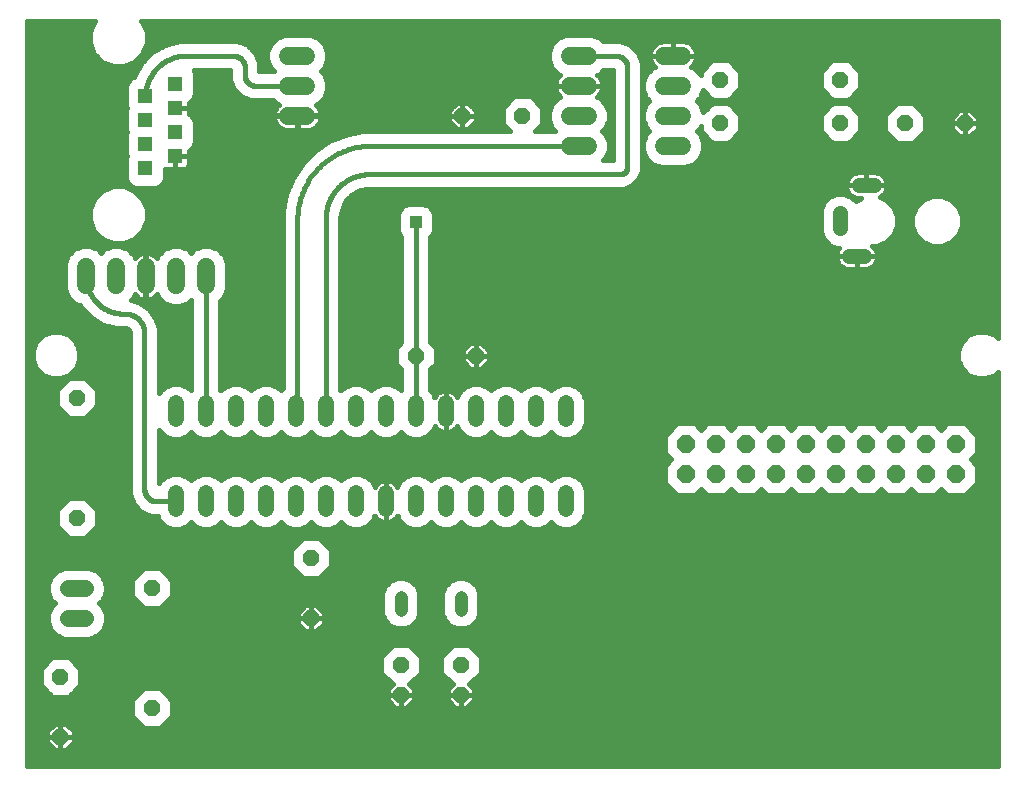
<source format=gbl>
G75*
%MOIN*%
%OFA0B0*%
%FSLAX25Y25*%
%IPPOS*%
%LPD*%
%AMOC8*
5,1,8,0,0,1.08239X$1,22.5*
%
%ADD10OC8,0.05200*%
%ADD11C,0.05200*%
%ADD12C,0.06000*%
%ADD13C,0.05600*%
%ADD14OC8,0.06000*%
%ADD15C,0.05000*%
%ADD16R,0.05150X0.05150*%
%ADD17C,0.04400*%
%ADD18R,0.03962X0.03962*%
%ADD19C,0.01600*%
%ADD20R,0.03175X0.03175*%
D10*
X0017000Y0015500D03*
X0017000Y0035500D03*
X0047500Y0025000D03*
X0100500Y0055000D03*
X0100500Y0075000D03*
X0130500Y0039500D03*
X0130500Y0029500D03*
X0150500Y0029500D03*
X0150500Y0039500D03*
X0047500Y0065000D03*
X0022500Y0088500D03*
X0022500Y0128500D03*
X0135500Y0142500D03*
X0155500Y0142500D03*
X0237000Y0220000D03*
X0237000Y0234500D03*
X0277000Y0234500D03*
X0277000Y0220000D03*
X0298500Y0220000D03*
X0318500Y0220000D03*
X0171000Y0222500D03*
X0151000Y0222500D03*
D11*
X0155500Y0126600D02*
X0155500Y0121400D01*
X0145500Y0121400D02*
X0145500Y0126600D01*
X0135500Y0126600D02*
X0135500Y0121400D01*
X0125500Y0121400D02*
X0125500Y0126600D01*
X0115500Y0126600D02*
X0115500Y0121400D01*
X0105500Y0121400D02*
X0105500Y0126600D01*
X0095500Y0126600D02*
X0095500Y0121400D01*
X0085500Y0121400D02*
X0085500Y0126600D01*
X0075500Y0126600D02*
X0075500Y0121400D01*
X0065500Y0121400D02*
X0065500Y0126600D01*
X0055500Y0126600D02*
X0055500Y0121400D01*
X0055500Y0096600D02*
X0055500Y0091400D01*
X0065500Y0091400D02*
X0065500Y0096600D01*
X0075500Y0096600D02*
X0075500Y0091400D01*
X0085500Y0091400D02*
X0085500Y0096600D01*
X0095500Y0096600D02*
X0095500Y0091400D01*
X0105500Y0091400D02*
X0105500Y0096600D01*
X0115500Y0096600D02*
X0115500Y0091400D01*
X0125500Y0091400D02*
X0125500Y0096600D01*
X0135500Y0096600D02*
X0135500Y0091400D01*
X0145500Y0091400D02*
X0145500Y0096600D01*
X0155500Y0096600D02*
X0155500Y0091400D01*
X0165500Y0091400D02*
X0165500Y0096600D01*
X0175500Y0096600D02*
X0175500Y0091400D01*
X0185500Y0091400D02*
X0185500Y0096600D01*
X0185500Y0121400D02*
X0185500Y0126600D01*
X0175500Y0126600D02*
X0175500Y0121400D01*
X0165500Y0121400D02*
X0165500Y0126600D01*
D12*
X0065500Y0166000D02*
X0065500Y0172000D01*
X0055500Y0172000D02*
X0055500Y0166000D01*
X0045500Y0166000D02*
X0045500Y0172000D01*
X0035500Y0172000D02*
X0035500Y0166000D01*
X0025500Y0166000D02*
X0025500Y0172000D01*
X0093000Y0222500D02*
X0099000Y0222500D01*
X0099000Y0232500D02*
X0093000Y0232500D01*
X0093000Y0242500D02*
X0099000Y0242500D01*
X0186752Y0242500D02*
X0192752Y0242500D01*
X0192752Y0232500D02*
X0186752Y0232500D01*
X0186752Y0222500D02*
X0192752Y0222500D01*
X0192752Y0212500D02*
X0186752Y0212500D01*
X0218248Y0212500D02*
X0224248Y0212500D01*
X0224248Y0222500D02*
X0218248Y0222500D01*
X0218248Y0232500D02*
X0224248Y0232500D01*
X0224248Y0242500D02*
X0218248Y0242500D01*
D13*
X0025300Y0065000D02*
X0019700Y0065000D01*
X0019700Y0055000D02*
X0025300Y0055000D01*
D14*
X0225500Y0103000D03*
X0235500Y0103000D03*
X0245500Y0103000D03*
X0255500Y0103000D03*
X0265500Y0103000D03*
X0275500Y0103000D03*
X0285500Y0103000D03*
X0295500Y0103000D03*
X0305500Y0103000D03*
X0315500Y0103000D03*
X0315500Y0113000D03*
X0305500Y0113000D03*
X0295500Y0113000D03*
X0285500Y0113000D03*
X0275500Y0113000D03*
X0265500Y0113000D03*
X0255500Y0113000D03*
X0245500Y0113000D03*
X0235500Y0113000D03*
X0225500Y0113000D03*
D15*
X0279965Y0175689D02*
X0284965Y0175689D01*
X0276953Y0185000D02*
X0276953Y0190000D01*
X0283114Y0199311D02*
X0288114Y0199311D01*
D16*
X0055362Y0208961D03*
X0055362Y0216992D03*
X0055362Y0225024D03*
X0055362Y0233055D03*
X0045362Y0229039D03*
X0045362Y0221008D03*
X0045362Y0212976D03*
X0045362Y0204945D03*
D17*
X0130500Y0062200D02*
X0130500Y0057800D01*
X0150500Y0057800D02*
X0150500Y0062200D01*
D18*
X0135500Y0187000D03*
D19*
X0005800Y0254161D02*
X0005800Y0005800D01*
X0329401Y0005800D01*
X0329401Y0137169D01*
X0328392Y0136160D01*
X0325542Y0134980D01*
X0322458Y0134980D01*
X0319608Y0136160D01*
X0317428Y0138341D01*
X0316247Y0141190D01*
X0316247Y0144274D01*
X0317428Y0147124D01*
X0319608Y0149305D01*
X0322458Y0150485D01*
X0325542Y0150485D01*
X0328392Y0149305D01*
X0329401Y0148296D01*
X0329401Y0254161D01*
X0044032Y0254161D01*
X0044315Y0253878D01*
X0045753Y0250406D01*
X0045753Y0246649D01*
X0044315Y0243177D01*
X0041658Y0240520D01*
X0038186Y0239082D01*
X0034428Y0239082D01*
X0030957Y0240520D01*
X0028299Y0243177D01*
X0026861Y0246649D01*
X0026861Y0250406D01*
X0028299Y0253878D01*
X0028582Y0254161D01*
X0005800Y0254161D01*
X0005800Y0253565D02*
X0028170Y0253565D01*
X0027508Y0251966D02*
X0005800Y0251966D01*
X0005800Y0250368D02*
X0026861Y0250368D01*
X0026861Y0248769D02*
X0005800Y0248769D01*
X0005800Y0247171D02*
X0026861Y0247171D01*
X0027307Y0245572D02*
X0005800Y0245572D01*
X0005800Y0243974D02*
X0027969Y0243974D01*
X0029101Y0242375D02*
X0005800Y0242375D01*
X0005800Y0240777D02*
X0030700Y0240777D01*
X0034196Y0239178D02*
X0005800Y0239178D01*
X0005800Y0237580D02*
X0042668Y0237580D01*
X0041807Y0236088D02*
X0041807Y0236088D01*
X0044211Y0240252D01*
X0044211Y0240252D01*
X0047611Y0243652D01*
X0047611Y0243652D01*
X0051774Y0246056D01*
X0051774Y0246056D01*
X0056419Y0247300D01*
X0076250Y0247300D01*
X0079485Y0245960D01*
X0079485Y0245960D01*
X0081960Y0243485D01*
X0081960Y0243485D01*
X0083300Y0240250D01*
X0083300Y0237300D01*
X0087901Y0237300D01*
X0088101Y0237500D01*
X0087066Y0238535D01*
X0086000Y0241108D01*
X0086000Y0243892D01*
X0087066Y0246465D01*
X0089035Y0248434D01*
X0091608Y0249500D01*
X0100392Y0249500D01*
X0102965Y0248434D01*
X0104934Y0246465D01*
X0106000Y0243892D01*
X0106000Y0241108D01*
X0104934Y0238535D01*
X0103899Y0237500D01*
X0104934Y0236465D01*
X0106000Y0233892D01*
X0106000Y0231108D01*
X0104934Y0228535D01*
X0102965Y0226566D01*
X0102077Y0226198D01*
X0102127Y0226161D01*
X0102661Y0225627D01*
X0103105Y0225016D01*
X0103448Y0224343D01*
X0103682Y0223624D01*
X0103800Y0222878D01*
X0103800Y0222700D01*
X0096200Y0222700D01*
X0096200Y0222300D01*
X0103800Y0222300D01*
X0103800Y0222122D01*
X0103682Y0221376D01*
X0103448Y0220657D01*
X0103105Y0219984D01*
X0102661Y0219373D01*
X0102127Y0218839D01*
X0101516Y0218395D01*
X0100843Y0218052D01*
X0100124Y0217818D01*
X0099378Y0217700D01*
X0096200Y0217700D01*
X0096200Y0222300D01*
X0095800Y0222300D01*
X0095800Y0217700D01*
X0092622Y0217700D01*
X0091876Y0217818D01*
X0091157Y0218052D01*
X0090484Y0218395D01*
X0089873Y0218839D01*
X0089339Y0219373D01*
X0088895Y0219984D01*
X0088552Y0220657D01*
X0088318Y0221376D01*
X0088200Y0222122D01*
X0088200Y0222300D01*
X0095800Y0222300D01*
X0095800Y0222700D01*
X0088200Y0222700D01*
X0088200Y0222878D01*
X0088318Y0223624D01*
X0088552Y0224343D01*
X0088895Y0225016D01*
X0089339Y0225627D01*
X0089873Y0226161D01*
X0089923Y0226198D01*
X0089035Y0226566D01*
X0087901Y0227700D01*
X0080349Y0227700D01*
X0077298Y0228964D01*
X0077298Y0228964D01*
X0074964Y0231298D01*
X0074964Y0231298D01*
X0073700Y0234349D01*
X0073700Y0237700D01*
X0061409Y0237700D01*
X0061937Y0236426D01*
X0061937Y0229685D01*
X0061328Y0228214D01*
X0060203Y0227089D01*
X0059737Y0226896D01*
X0059737Y0225024D01*
X0055362Y0225024D01*
X0055362Y0225024D01*
X0059737Y0225024D01*
X0059737Y0223151D01*
X0060203Y0222958D01*
X0061328Y0221833D01*
X0061937Y0220363D01*
X0061937Y0213622D01*
X0061328Y0212152D01*
X0060203Y0211026D01*
X0059737Y0210833D01*
X0059737Y0208961D01*
X0055362Y0208961D01*
X0055362Y0208961D01*
X0055362Y0208960D02*
X0055362Y0208960D01*
X0055362Y0204586D01*
X0052550Y0204586D01*
X0052093Y0204708D01*
X0051937Y0204798D01*
X0051937Y0201574D01*
X0051328Y0200104D01*
X0050203Y0198979D01*
X0048733Y0198370D01*
X0041992Y0198370D01*
X0040522Y0198979D01*
X0039396Y0200104D01*
X0038787Y0201574D01*
X0038787Y0208315D01*
X0039055Y0208961D01*
X0038787Y0209606D01*
X0038787Y0216347D01*
X0039055Y0216992D01*
X0038787Y0217637D01*
X0038787Y0224378D01*
X0039055Y0225024D01*
X0038787Y0225669D01*
X0038787Y0232410D01*
X0039396Y0233880D01*
X0040522Y0235005D01*
X0041641Y0235469D01*
X0041807Y0236088D01*
X0041778Y0235981D02*
X0005800Y0235981D01*
X0005800Y0234383D02*
X0039899Y0234383D01*
X0038942Y0232784D02*
X0005800Y0232784D01*
X0005800Y0231186D02*
X0038787Y0231186D01*
X0038787Y0229587D02*
X0005800Y0229587D01*
X0005800Y0227989D02*
X0038787Y0227989D01*
X0038787Y0226390D02*
X0005800Y0226390D01*
X0005800Y0224792D02*
X0038959Y0224792D01*
X0038787Y0223193D02*
X0005800Y0223193D01*
X0005800Y0221595D02*
X0038787Y0221595D01*
X0038787Y0219996D02*
X0005800Y0219996D01*
X0005800Y0218398D02*
X0038787Y0218398D01*
X0038975Y0216799D02*
X0005800Y0216799D01*
X0005800Y0215201D02*
X0038787Y0215201D01*
X0038787Y0213602D02*
X0005800Y0213602D01*
X0005800Y0212003D02*
X0038787Y0212003D01*
X0038787Y0210405D02*
X0005800Y0210405D01*
X0005800Y0208806D02*
X0038991Y0208806D01*
X0038787Y0207208D02*
X0005800Y0207208D01*
X0005800Y0205609D02*
X0038787Y0205609D01*
X0038787Y0204011D02*
X0005800Y0204011D01*
X0005800Y0202412D02*
X0038787Y0202412D01*
X0039102Y0200814D02*
X0005800Y0200814D01*
X0005800Y0199215D02*
X0040285Y0199215D01*
X0041327Y0197617D02*
X0092769Y0197617D01*
X0092326Y0196546D02*
X0092326Y0196546D01*
X0091200Y0190886D01*
X0091200Y0131634D01*
X0090500Y0130934D01*
X0089239Y0132195D01*
X0086813Y0133200D01*
X0084187Y0133200D01*
X0081761Y0132195D01*
X0080500Y0130934D01*
X0079239Y0132195D01*
X0076813Y0133200D01*
X0074187Y0133200D01*
X0071761Y0132195D01*
X0070500Y0130934D01*
X0070300Y0131134D01*
X0070300Y0160901D01*
X0071434Y0162035D01*
X0072500Y0164608D01*
X0072500Y0173392D01*
X0071434Y0175965D01*
X0069465Y0177934D01*
X0066892Y0179000D01*
X0064108Y0179000D01*
X0061535Y0177934D01*
X0060500Y0176899D01*
X0059465Y0177934D01*
X0056892Y0179000D01*
X0054108Y0179000D01*
X0051535Y0177934D01*
X0049566Y0175965D01*
X0049198Y0175077D01*
X0049161Y0175127D01*
X0048627Y0175661D01*
X0048016Y0176105D01*
X0047343Y0176448D01*
X0046624Y0176682D01*
X0045878Y0176800D01*
X0045700Y0176800D01*
X0045700Y0169200D01*
X0045300Y0169200D01*
X0045300Y0176800D01*
X0045122Y0176800D01*
X0044376Y0176682D01*
X0043657Y0176448D01*
X0042984Y0176105D01*
X0042373Y0175661D01*
X0041839Y0175127D01*
X0041802Y0175077D01*
X0041434Y0175965D01*
X0039465Y0177934D01*
X0036892Y0179000D01*
X0034108Y0179000D01*
X0031535Y0177934D01*
X0030500Y0176899D01*
X0029465Y0177934D01*
X0026892Y0179000D01*
X0024108Y0179000D01*
X0021535Y0177934D01*
X0019566Y0175965D01*
X0018500Y0173392D01*
X0018500Y0164608D01*
X0019566Y0162035D01*
X0021535Y0160066D01*
X0023700Y0159169D01*
X0024157Y0158378D01*
X0024157Y0158378D01*
X0027378Y0155157D01*
X0031322Y0152879D01*
X0031322Y0152879D01*
X0035722Y0151700D01*
X0038500Y0151700D01*
X0038766Y0151679D01*
X0039272Y0151515D01*
X0039702Y0151202D01*
X0040015Y0150772D01*
X0040179Y0150266D01*
X0040200Y0150000D01*
X0040200Y0096250D01*
X0041540Y0093015D01*
X0044015Y0090540D01*
X0047250Y0089200D01*
X0049267Y0089200D01*
X0049905Y0087661D01*
X0051761Y0085805D01*
X0054187Y0084800D01*
X0056813Y0084800D01*
X0059239Y0085805D01*
X0060500Y0087066D01*
X0061761Y0085805D01*
X0064187Y0084800D01*
X0066813Y0084800D01*
X0069239Y0085805D01*
X0070500Y0087066D01*
X0071761Y0085805D01*
X0074187Y0084800D01*
X0076813Y0084800D01*
X0079239Y0085805D01*
X0080500Y0087066D01*
X0081761Y0085805D01*
X0084187Y0084800D01*
X0086813Y0084800D01*
X0089239Y0085805D01*
X0090500Y0087066D01*
X0091761Y0085805D01*
X0094187Y0084800D01*
X0096813Y0084800D01*
X0099239Y0085805D01*
X0100500Y0087066D01*
X0101761Y0085805D01*
X0104187Y0084800D01*
X0106813Y0084800D01*
X0109239Y0085805D01*
X0110500Y0087066D01*
X0111761Y0085805D01*
X0114187Y0084800D01*
X0116813Y0084800D01*
X0119239Y0085805D01*
X0121095Y0087661D01*
X0121710Y0089146D01*
X0121737Y0089094D01*
X0122144Y0088534D01*
X0122634Y0088044D01*
X0123194Y0087637D01*
X0123811Y0087322D01*
X0124470Y0087108D01*
X0125154Y0087000D01*
X0125500Y0087000D01*
X0125846Y0087000D01*
X0126530Y0087108D01*
X0127189Y0087322D01*
X0127806Y0087637D01*
X0128366Y0088044D01*
X0128856Y0088534D01*
X0129263Y0089094D01*
X0129290Y0089146D01*
X0129905Y0087661D01*
X0131761Y0085805D01*
X0134187Y0084800D01*
X0136813Y0084800D01*
X0139239Y0085805D01*
X0140500Y0087066D01*
X0141761Y0085805D01*
X0144187Y0084800D01*
X0146813Y0084800D01*
X0149239Y0085805D01*
X0150500Y0087066D01*
X0151761Y0085805D01*
X0154187Y0084800D01*
X0156813Y0084800D01*
X0159239Y0085805D01*
X0160500Y0087066D01*
X0161761Y0085805D01*
X0164187Y0084800D01*
X0166813Y0084800D01*
X0169239Y0085805D01*
X0170500Y0087066D01*
X0171761Y0085805D01*
X0174187Y0084800D01*
X0176813Y0084800D01*
X0179239Y0085805D01*
X0180500Y0087066D01*
X0181761Y0085805D01*
X0184187Y0084800D01*
X0186813Y0084800D01*
X0189239Y0085805D01*
X0191095Y0087661D01*
X0192100Y0090087D01*
X0192100Y0097913D01*
X0191095Y0100339D01*
X0189239Y0102195D01*
X0186813Y0103200D01*
X0184187Y0103200D01*
X0181761Y0102195D01*
X0180500Y0100934D01*
X0179239Y0102195D01*
X0176813Y0103200D01*
X0174187Y0103200D01*
X0171761Y0102195D01*
X0170500Y0100934D01*
X0169239Y0102195D01*
X0166813Y0103200D01*
X0164187Y0103200D01*
X0161761Y0102195D01*
X0160500Y0100934D01*
X0159239Y0102195D01*
X0156813Y0103200D01*
X0154187Y0103200D01*
X0151761Y0102195D01*
X0150500Y0100934D01*
X0149239Y0102195D01*
X0146813Y0103200D01*
X0144187Y0103200D01*
X0141761Y0102195D01*
X0140500Y0100934D01*
X0139239Y0102195D01*
X0136813Y0103200D01*
X0134187Y0103200D01*
X0131761Y0102195D01*
X0129905Y0100339D01*
X0129290Y0098854D01*
X0129263Y0098906D01*
X0128856Y0099466D01*
X0128366Y0099956D01*
X0127806Y0100363D01*
X0127189Y0100678D01*
X0126530Y0100892D01*
X0125846Y0101000D01*
X0125500Y0101000D01*
X0125500Y0094000D01*
X0125500Y0094000D01*
X0125500Y0101000D01*
X0125154Y0101000D01*
X0124470Y0100892D01*
X0123811Y0100678D01*
X0123194Y0100363D01*
X0122634Y0099956D01*
X0122144Y0099466D01*
X0121737Y0098906D01*
X0121710Y0098854D01*
X0121095Y0100339D01*
X0119239Y0102195D01*
X0116813Y0103200D01*
X0114187Y0103200D01*
X0111761Y0102195D01*
X0110500Y0100934D01*
X0109239Y0102195D01*
X0106813Y0103200D01*
X0104187Y0103200D01*
X0101761Y0102195D01*
X0100500Y0100934D01*
X0099239Y0102195D01*
X0096813Y0103200D01*
X0094187Y0103200D01*
X0091761Y0102195D01*
X0090500Y0100934D01*
X0089239Y0102195D01*
X0086813Y0103200D01*
X0084187Y0103200D01*
X0081761Y0102195D01*
X0080500Y0100934D01*
X0079239Y0102195D01*
X0076813Y0103200D01*
X0074187Y0103200D01*
X0071761Y0102195D01*
X0070500Y0100934D01*
X0069239Y0102195D01*
X0066813Y0103200D01*
X0064187Y0103200D01*
X0061761Y0102195D01*
X0060500Y0100934D01*
X0059239Y0102195D01*
X0056813Y0103200D01*
X0054187Y0103200D01*
X0051761Y0102195D01*
X0049905Y0100339D01*
X0049800Y0100086D01*
X0049800Y0117914D01*
X0049905Y0117661D01*
X0051761Y0115805D01*
X0054187Y0114800D01*
X0056813Y0114800D01*
X0059239Y0115805D01*
X0060500Y0117066D01*
X0061761Y0115805D01*
X0064187Y0114800D01*
X0066813Y0114800D01*
X0069239Y0115805D01*
X0070500Y0117066D01*
X0071761Y0115805D01*
X0074187Y0114800D01*
X0076813Y0114800D01*
X0079239Y0115805D01*
X0080500Y0117066D01*
X0081761Y0115805D01*
X0084187Y0114800D01*
X0086813Y0114800D01*
X0089239Y0115805D01*
X0090500Y0117066D01*
X0091761Y0115805D01*
X0094187Y0114800D01*
X0096813Y0114800D01*
X0099239Y0115805D01*
X0100500Y0117066D01*
X0101761Y0115805D01*
X0104187Y0114800D01*
X0106813Y0114800D01*
X0109239Y0115805D01*
X0110500Y0117066D01*
X0111761Y0115805D01*
X0114187Y0114800D01*
X0116813Y0114800D01*
X0119239Y0115805D01*
X0120500Y0117066D01*
X0121761Y0115805D01*
X0124187Y0114800D01*
X0126813Y0114800D01*
X0129239Y0115805D01*
X0130500Y0117066D01*
X0131761Y0115805D01*
X0134187Y0114800D01*
X0136813Y0114800D01*
X0139239Y0115805D01*
X0141095Y0117661D01*
X0141710Y0119146D01*
X0141737Y0119094D01*
X0142144Y0118534D01*
X0142634Y0118044D01*
X0143194Y0117637D01*
X0143811Y0117322D01*
X0144470Y0117108D01*
X0145154Y0117000D01*
X0145500Y0117000D01*
X0145846Y0117000D01*
X0146530Y0117108D01*
X0147189Y0117322D01*
X0147806Y0117637D01*
X0148366Y0118044D01*
X0148856Y0118534D01*
X0149263Y0119094D01*
X0149290Y0119146D01*
X0149905Y0117661D01*
X0151761Y0115805D01*
X0154187Y0114800D01*
X0156813Y0114800D01*
X0159239Y0115805D01*
X0160500Y0117066D01*
X0161761Y0115805D01*
X0164187Y0114800D01*
X0166813Y0114800D01*
X0169239Y0115805D01*
X0170500Y0117066D01*
X0171761Y0115805D01*
X0174187Y0114800D01*
X0176813Y0114800D01*
X0179239Y0115805D01*
X0180500Y0117066D01*
X0181761Y0115805D01*
X0184187Y0114800D01*
X0186813Y0114800D01*
X0189239Y0115805D01*
X0191095Y0117661D01*
X0192100Y0120087D01*
X0192100Y0127913D01*
X0191095Y0130339D01*
X0189239Y0132195D01*
X0186813Y0133200D01*
X0184187Y0133200D01*
X0181761Y0132195D01*
X0180500Y0130934D01*
X0179239Y0132195D01*
X0176813Y0133200D01*
X0174187Y0133200D01*
X0171761Y0132195D01*
X0170500Y0130934D01*
X0169239Y0132195D01*
X0166813Y0133200D01*
X0164187Y0133200D01*
X0161761Y0132195D01*
X0160500Y0130934D01*
X0159239Y0132195D01*
X0156813Y0133200D01*
X0154187Y0133200D01*
X0151761Y0132195D01*
X0149905Y0130339D01*
X0149290Y0128854D01*
X0149263Y0128906D01*
X0148856Y0129466D01*
X0148366Y0129956D01*
X0147806Y0130363D01*
X0147189Y0130678D01*
X0146530Y0130892D01*
X0145846Y0131000D01*
X0145500Y0131000D01*
X0145500Y0124000D01*
X0145500Y0124000D01*
X0145500Y0131000D01*
X0145154Y0131000D01*
X0144470Y0130892D01*
X0143811Y0130678D01*
X0143194Y0130363D01*
X0142634Y0129956D01*
X0142144Y0129466D01*
X0141737Y0128906D01*
X0141710Y0128854D01*
X0141095Y0130339D01*
X0140300Y0131134D01*
X0140300Y0137966D01*
X0142100Y0139766D01*
X0142100Y0145234D01*
X0140300Y0147034D01*
X0140300Y0182181D01*
X0140872Y0182753D01*
X0141481Y0184223D01*
X0141481Y0189777D01*
X0140872Y0191247D01*
X0139747Y0192372D01*
X0138277Y0192981D01*
X0132723Y0192981D01*
X0131253Y0192372D01*
X0130128Y0191247D01*
X0129519Y0189777D01*
X0129519Y0184223D01*
X0130128Y0182753D01*
X0130700Y0182181D01*
X0130700Y0147034D01*
X0128900Y0145234D01*
X0128900Y0139766D01*
X0130700Y0137966D01*
X0130700Y0131134D01*
X0130500Y0130934D01*
X0129239Y0132195D01*
X0126813Y0133200D01*
X0124187Y0133200D01*
X0121761Y0132195D01*
X0120500Y0130934D01*
X0119239Y0132195D01*
X0116813Y0133200D01*
X0114187Y0133200D01*
X0111761Y0132195D01*
X0110500Y0130934D01*
X0110300Y0131134D01*
X0110300Y0188500D01*
X0110383Y0189766D01*
X0111038Y0192212D01*
X0112304Y0194405D01*
X0114095Y0196196D01*
X0116288Y0197462D01*
X0118734Y0198117D01*
X0120000Y0198200D01*
X0204952Y0198200D01*
X0207635Y0199311D01*
X0209689Y0201365D01*
X0210800Y0204048D01*
X0210800Y0240250D01*
X0209460Y0243485D01*
X0206985Y0245960D01*
X0203750Y0247300D01*
X0197851Y0247300D01*
X0196717Y0248434D01*
X0194144Y0249500D01*
X0185360Y0249500D01*
X0182787Y0248434D01*
X0180818Y0246465D01*
X0179752Y0243892D01*
X0179752Y0241108D01*
X0180818Y0238535D01*
X0182787Y0236566D01*
X0183675Y0236198D01*
X0183625Y0236161D01*
X0183091Y0235627D01*
X0182647Y0235016D01*
X0182304Y0234343D01*
X0182070Y0233624D01*
X0181952Y0232878D01*
X0181952Y0232500D01*
X0189752Y0232500D01*
X0197552Y0232500D01*
X0197552Y0232878D01*
X0197434Y0233624D01*
X0197200Y0234343D01*
X0196857Y0235016D01*
X0196413Y0235627D01*
X0195879Y0236161D01*
X0195829Y0236198D01*
X0196717Y0236566D01*
X0197851Y0237700D01*
X0201200Y0237700D01*
X0201200Y0207800D01*
X0197951Y0207800D01*
X0198686Y0208535D01*
X0199752Y0211108D01*
X0199752Y0213892D01*
X0198686Y0216465D01*
X0197651Y0217500D01*
X0198686Y0218535D01*
X0199752Y0221108D01*
X0199752Y0223892D01*
X0198686Y0226465D01*
X0196717Y0228434D01*
X0195829Y0228802D01*
X0195879Y0228839D01*
X0196413Y0229373D01*
X0196857Y0229984D01*
X0197200Y0230657D01*
X0197434Y0231376D01*
X0197552Y0232122D01*
X0197552Y0232500D01*
X0189752Y0232500D01*
X0189752Y0232500D01*
X0189752Y0232500D01*
X0181952Y0232500D01*
X0181952Y0232122D01*
X0182070Y0231376D01*
X0182304Y0230657D01*
X0182647Y0229984D01*
X0183091Y0229373D01*
X0183625Y0228839D01*
X0183675Y0228802D01*
X0182787Y0228434D01*
X0180818Y0226465D01*
X0179752Y0223892D01*
X0179752Y0221108D01*
X0180818Y0218535D01*
X0181852Y0217500D01*
X0181652Y0217300D01*
X0175134Y0217300D01*
X0177600Y0219766D01*
X0177600Y0225234D01*
X0173734Y0229100D01*
X0168266Y0229100D01*
X0164400Y0225234D01*
X0164400Y0219766D01*
X0166866Y0217300D01*
X0117614Y0217300D01*
X0111954Y0216174D01*
X0111953Y0216174D01*
X0106621Y0213965D01*
X0101822Y0210759D01*
X0097741Y0206678D01*
X0097741Y0206678D01*
X0094535Y0201879D01*
X0094535Y0201879D01*
X0092326Y0196546D01*
X0092221Y0196018D02*
X0043119Y0196018D01*
X0044315Y0194823D02*
X0041658Y0197480D01*
X0038186Y0198918D01*
X0034428Y0198918D01*
X0030957Y0197480D01*
X0028299Y0194823D01*
X0026861Y0191351D01*
X0026861Y0187594D01*
X0028299Y0184122D01*
X0030957Y0181465D01*
X0034428Y0180027D01*
X0038186Y0180027D01*
X0041658Y0181465D01*
X0044315Y0184122D01*
X0045753Y0187594D01*
X0045753Y0191351D01*
X0044315Y0194823D01*
X0044482Y0194420D02*
X0091903Y0194420D01*
X0091585Y0192821D02*
X0045144Y0192821D01*
X0045753Y0191223D02*
X0091267Y0191223D01*
X0091200Y0189624D02*
X0045753Y0189624D01*
X0045753Y0188026D02*
X0091200Y0188026D01*
X0091200Y0186427D02*
X0045270Y0186427D01*
X0044608Y0184829D02*
X0091200Y0184829D01*
X0091200Y0183230D02*
X0043423Y0183230D01*
X0041825Y0181632D02*
X0091200Y0181632D01*
X0091200Y0180033D02*
X0038202Y0180033D01*
X0038257Y0178435D02*
X0052743Y0178435D01*
X0050437Y0176836D02*
X0040563Y0176836D01*
X0041736Y0175238D02*
X0041950Y0175238D01*
X0045300Y0175238D02*
X0045700Y0175238D01*
X0045700Y0173639D02*
X0045300Y0173639D01*
X0045300Y0172041D02*
X0045700Y0172041D01*
X0045700Y0170442D02*
X0045300Y0170442D01*
X0045300Y0168800D02*
X0045700Y0168800D01*
X0045700Y0161200D01*
X0045878Y0161200D01*
X0046624Y0161318D01*
X0047343Y0161552D01*
X0048016Y0161895D01*
X0048627Y0162339D01*
X0049161Y0162873D01*
X0049198Y0162923D01*
X0049566Y0162035D01*
X0051535Y0160066D01*
X0054108Y0159000D01*
X0056892Y0159000D01*
X0059465Y0160066D01*
X0060500Y0161101D01*
X0060700Y0160901D01*
X0060700Y0131134D01*
X0060500Y0130934D01*
X0059239Y0132195D01*
X0056813Y0133200D01*
X0054187Y0133200D01*
X0051761Y0132195D01*
X0049905Y0130339D01*
X0049800Y0130086D01*
X0049800Y0151790D01*
X0048694Y0155194D01*
X0046590Y0158090D01*
X0046590Y0158090D01*
X0046590Y0158090D01*
X0043694Y0160194D01*
X0040599Y0161200D01*
X0041434Y0162035D01*
X0041802Y0162923D01*
X0041839Y0162873D01*
X0042373Y0162339D01*
X0042984Y0161895D01*
X0043657Y0161552D01*
X0044376Y0161318D01*
X0045122Y0161200D01*
X0045300Y0161200D01*
X0045300Y0168800D01*
X0045300Y0167245D02*
X0045700Y0167245D01*
X0045700Y0165647D02*
X0045300Y0165647D01*
X0045300Y0164048D02*
X0045700Y0164048D01*
X0045700Y0162450D02*
X0045300Y0162450D01*
X0043694Y0160194D02*
X0043694Y0160194D01*
X0044990Y0159253D02*
X0053498Y0159253D01*
X0050749Y0160851D02*
X0041671Y0160851D01*
X0041606Y0162450D02*
X0042262Y0162450D01*
X0048738Y0162450D02*
X0049394Y0162450D01*
X0046907Y0157654D02*
X0060700Y0157654D01*
X0060700Y0156056D02*
X0048068Y0156056D01*
X0048694Y0155194D02*
X0048694Y0155194D01*
X0048933Y0154457D02*
X0060700Y0154457D01*
X0060700Y0152859D02*
X0049453Y0152859D01*
X0049800Y0151260D02*
X0060700Y0151260D01*
X0060700Y0149662D02*
X0049800Y0149662D01*
X0049800Y0148063D02*
X0060700Y0148063D01*
X0060700Y0146465D02*
X0049800Y0146465D01*
X0049800Y0144866D02*
X0060700Y0144866D01*
X0060700Y0143268D02*
X0049800Y0143268D01*
X0049800Y0141669D02*
X0060700Y0141669D01*
X0060700Y0140070D02*
X0049800Y0140070D01*
X0049800Y0138472D02*
X0060700Y0138472D01*
X0060700Y0136873D02*
X0049800Y0136873D01*
X0049800Y0135275D02*
X0060700Y0135275D01*
X0060700Y0133676D02*
X0049800Y0133676D01*
X0049800Y0132078D02*
X0051644Y0132078D01*
X0050046Y0130479D02*
X0049800Y0130479D01*
X0040200Y0130479D02*
X0029100Y0130479D01*
X0029100Y0131234D02*
X0025234Y0135100D01*
X0019766Y0135100D01*
X0015900Y0131234D01*
X0015900Y0125766D01*
X0019766Y0121900D01*
X0025234Y0121900D01*
X0029100Y0125766D01*
X0029100Y0131234D01*
X0028256Y0132078D02*
X0040200Y0132078D01*
X0040200Y0133676D02*
X0026657Y0133676D01*
X0029100Y0128881D02*
X0040200Y0128881D01*
X0040200Y0127282D02*
X0029100Y0127282D01*
X0029018Y0125684D02*
X0040200Y0125684D01*
X0040200Y0124085D02*
X0027419Y0124085D01*
X0025821Y0122487D02*
X0040200Y0122487D01*
X0040200Y0120888D02*
X0005800Y0120888D01*
X0005800Y0119290D02*
X0040200Y0119290D01*
X0040200Y0117691D02*
X0005800Y0117691D01*
X0005800Y0116093D02*
X0040200Y0116093D01*
X0040200Y0114494D02*
X0005800Y0114494D01*
X0005800Y0112896D02*
X0040200Y0112896D01*
X0040200Y0111297D02*
X0005800Y0111297D01*
X0005800Y0109699D02*
X0040200Y0109699D01*
X0040200Y0108100D02*
X0005800Y0108100D01*
X0005800Y0106502D02*
X0040200Y0106502D01*
X0040200Y0104903D02*
X0005800Y0104903D01*
X0005800Y0103305D02*
X0040200Y0103305D01*
X0040200Y0101706D02*
X0005800Y0101706D01*
X0005800Y0100108D02*
X0040200Y0100108D01*
X0040200Y0098509D02*
X0005800Y0098509D01*
X0005800Y0096911D02*
X0040200Y0096911D01*
X0040588Y0095312D02*
X0005800Y0095312D01*
X0005800Y0093714D02*
X0018380Y0093714D01*
X0019766Y0095100D02*
X0015900Y0091234D01*
X0015900Y0085766D01*
X0019766Y0081900D01*
X0025234Y0081900D01*
X0029100Y0085766D01*
X0029100Y0091234D01*
X0025234Y0095100D01*
X0019766Y0095100D01*
X0016781Y0092115D02*
X0005800Y0092115D01*
X0005800Y0090517D02*
X0015900Y0090517D01*
X0015900Y0088918D02*
X0005800Y0088918D01*
X0005800Y0087320D02*
X0015900Y0087320D01*
X0015945Y0085721D02*
X0005800Y0085721D01*
X0005800Y0084123D02*
X0017544Y0084123D01*
X0019142Y0082524D02*
X0005800Y0082524D01*
X0005800Y0080926D02*
X0097092Y0080926D01*
X0097766Y0081600D02*
X0093900Y0077734D01*
X0093900Y0072266D01*
X0097766Y0068400D01*
X0103234Y0068400D01*
X0107100Y0072266D01*
X0107100Y0077734D01*
X0103234Y0081600D01*
X0097766Y0081600D01*
X0095493Y0079327D02*
X0005800Y0079327D01*
X0005800Y0077729D02*
X0093900Y0077729D01*
X0093900Y0076130D02*
X0005800Y0076130D01*
X0005800Y0074532D02*
X0093900Y0074532D01*
X0093900Y0072933D02*
X0005800Y0072933D01*
X0005800Y0071334D02*
X0017224Y0071334D01*
X0018347Y0071800D02*
X0015848Y0070765D01*
X0013935Y0068852D01*
X0012900Y0066353D01*
X0012900Y0063647D01*
X0013935Y0061148D01*
X0015083Y0060000D01*
X0013935Y0058852D01*
X0012900Y0056353D01*
X0012900Y0053647D01*
X0013935Y0051148D01*
X0015848Y0049235D01*
X0018347Y0048200D01*
X0026653Y0048200D01*
X0029152Y0049235D01*
X0031065Y0051148D01*
X0032100Y0053647D01*
X0032100Y0056353D01*
X0031065Y0058852D01*
X0029917Y0060000D01*
X0031065Y0061148D01*
X0032100Y0063647D01*
X0032100Y0066353D01*
X0031065Y0068852D01*
X0029152Y0070765D01*
X0026653Y0071800D01*
X0018347Y0071800D01*
X0014819Y0069736D02*
X0005800Y0069736D01*
X0005800Y0068137D02*
X0013639Y0068137D01*
X0012977Y0066539D02*
X0005800Y0066539D01*
X0005800Y0064940D02*
X0012900Y0064940D01*
X0013027Y0063342D02*
X0005800Y0063342D01*
X0005800Y0061743D02*
X0013689Y0061743D01*
X0014938Y0060145D02*
X0005800Y0060145D01*
X0005800Y0058546D02*
X0013809Y0058546D01*
X0013147Y0056948D02*
X0005800Y0056948D01*
X0005800Y0055349D02*
X0012900Y0055349D01*
X0012900Y0053751D02*
X0005800Y0053751D01*
X0005800Y0052152D02*
X0013519Y0052152D01*
X0014529Y0050554D02*
X0005800Y0050554D01*
X0005800Y0048955D02*
X0016524Y0048955D01*
X0014266Y0042100D02*
X0010400Y0038234D01*
X0010400Y0032766D01*
X0014266Y0028900D01*
X0019734Y0028900D01*
X0023600Y0032766D01*
X0023600Y0038234D01*
X0019734Y0042100D01*
X0014266Y0042100D01*
X0013129Y0040963D02*
X0005800Y0040963D01*
X0005800Y0042561D02*
X0124227Y0042561D01*
X0123900Y0042234D02*
X0123900Y0036766D01*
X0127722Y0032944D01*
X0126100Y0031323D01*
X0126100Y0029500D01*
X0130500Y0029500D01*
X0134900Y0029500D01*
X0134900Y0031323D01*
X0133278Y0032944D01*
X0137100Y0036766D01*
X0137100Y0042234D01*
X0133234Y0046100D01*
X0127766Y0046100D01*
X0123900Y0042234D01*
X0123900Y0040963D02*
X0020871Y0040963D01*
X0022470Y0039364D02*
X0123900Y0039364D01*
X0123900Y0037766D02*
X0023600Y0037766D01*
X0023600Y0036167D02*
X0124499Y0036167D01*
X0126097Y0034569D02*
X0023600Y0034569D01*
X0023600Y0032970D02*
X0127696Y0032970D01*
X0126149Y0031372D02*
X0050462Y0031372D01*
X0050234Y0031600D02*
X0044766Y0031600D01*
X0040900Y0027734D01*
X0040900Y0022266D01*
X0044766Y0018400D01*
X0050234Y0018400D01*
X0054100Y0022266D01*
X0054100Y0027734D01*
X0050234Y0031600D01*
X0052061Y0029773D02*
X0126100Y0029773D01*
X0126100Y0029500D02*
X0126100Y0027677D01*
X0128677Y0025100D01*
X0130500Y0025100D01*
X0132323Y0025100D01*
X0134900Y0027677D01*
X0134900Y0029500D01*
X0130500Y0029500D01*
X0130500Y0029500D01*
X0130500Y0029500D01*
X0130500Y0025100D01*
X0130500Y0029500D01*
X0130500Y0029500D01*
X0126100Y0029500D01*
X0126100Y0028175D02*
X0053659Y0028175D01*
X0054100Y0026576D02*
X0127201Y0026576D01*
X0130500Y0026576D02*
X0130500Y0026576D01*
X0130500Y0028175D02*
X0130500Y0028175D01*
X0133799Y0026576D02*
X0147201Y0026576D01*
X0146100Y0027677D02*
X0148677Y0025100D01*
X0150500Y0025100D01*
X0152323Y0025100D01*
X0154900Y0027677D01*
X0154900Y0029500D01*
X0154900Y0031323D01*
X0153278Y0032944D01*
X0157100Y0036766D01*
X0157100Y0042234D01*
X0153234Y0046100D01*
X0147766Y0046100D01*
X0143900Y0042234D01*
X0143900Y0036766D01*
X0147722Y0032944D01*
X0146100Y0031323D01*
X0146100Y0029500D01*
X0150500Y0029500D01*
X0154900Y0029500D01*
X0150500Y0029500D01*
X0150500Y0029500D01*
X0150500Y0029500D01*
X0150500Y0025100D01*
X0150500Y0029500D01*
X0150500Y0029500D01*
X0146100Y0029500D01*
X0146100Y0027677D01*
X0146100Y0028175D02*
X0134900Y0028175D01*
X0134900Y0029773D02*
X0146100Y0029773D01*
X0146149Y0031372D02*
X0134851Y0031372D01*
X0133304Y0032970D02*
X0147696Y0032970D01*
X0146097Y0034569D02*
X0134903Y0034569D01*
X0136501Y0036167D02*
X0144499Y0036167D01*
X0143900Y0037766D02*
X0137100Y0037766D01*
X0137100Y0039364D02*
X0143900Y0039364D01*
X0143900Y0040963D02*
X0137100Y0040963D01*
X0136772Y0042561D02*
X0144227Y0042561D01*
X0145826Y0044160D02*
X0135174Y0044160D01*
X0133575Y0045758D02*
X0147425Y0045758D01*
X0149267Y0051600D02*
X0151733Y0051600D01*
X0154012Y0052544D01*
X0155756Y0054288D01*
X0156700Y0056567D01*
X0156700Y0063433D01*
X0155756Y0065712D01*
X0154012Y0067456D01*
X0151733Y0068400D01*
X0149267Y0068400D01*
X0146988Y0067456D01*
X0145244Y0065712D01*
X0144300Y0063433D01*
X0144300Y0056567D01*
X0145244Y0054288D01*
X0146988Y0052544D01*
X0149267Y0051600D01*
X0147933Y0052152D02*
X0133067Y0052152D01*
X0134012Y0052544D02*
X0135756Y0054288D01*
X0136700Y0056567D01*
X0136700Y0063433D01*
X0135756Y0065712D01*
X0134012Y0067456D01*
X0131733Y0068400D01*
X0129267Y0068400D01*
X0126988Y0067456D01*
X0125244Y0065712D01*
X0124300Y0063433D01*
X0124300Y0056567D01*
X0125244Y0054288D01*
X0126988Y0052544D01*
X0129267Y0051600D01*
X0131733Y0051600D01*
X0134012Y0052544D01*
X0135219Y0053751D02*
X0145781Y0053751D01*
X0144804Y0055349D02*
X0136196Y0055349D01*
X0136700Y0056948D02*
X0144300Y0056948D01*
X0144300Y0058546D02*
X0136700Y0058546D01*
X0136700Y0060145D02*
X0144300Y0060145D01*
X0144300Y0061743D02*
X0136700Y0061743D01*
X0136700Y0063342D02*
X0144300Y0063342D01*
X0144924Y0064940D02*
X0136076Y0064940D01*
X0134929Y0066539D02*
X0146071Y0066539D01*
X0148633Y0068137D02*
X0132367Y0068137D01*
X0128633Y0068137D02*
X0053696Y0068137D01*
X0054100Y0067734D02*
X0050234Y0071600D01*
X0044766Y0071600D01*
X0040900Y0067734D01*
X0040900Y0062266D01*
X0044766Y0058400D01*
X0050234Y0058400D01*
X0054100Y0062266D01*
X0054100Y0067734D01*
X0054100Y0066539D02*
X0126071Y0066539D01*
X0124924Y0064940D02*
X0054100Y0064940D01*
X0054100Y0063342D02*
X0124300Y0063342D01*
X0124300Y0061743D02*
X0053577Y0061743D01*
X0051979Y0060145D02*
X0124300Y0060145D01*
X0124300Y0058546D02*
X0103176Y0058546D01*
X0102323Y0059400D02*
X0100500Y0059400D01*
X0100500Y0055000D01*
X0100500Y0055000D01*
X0104900Y0055000D01*
X0104900Y0056823D01*
X0102323Y0059400D01*
X0100500Y0059400D02*
X0100500Y0055000D01*
X0100500Y0055000D01*
X0100500Y0055000D01*
X0096100Y0055000D01*
X0096100Y0056823D01*
X0098677Y0059400D01*
X0100500Y0059400D01*
X0100500Y0058546D02*
X0100500Y0058546D01*
X0100500Y0056948D02*
X0100500Y0056948D01*
X0100500Y0055349D02*
X0100500Y0055349D01*
X0100500Y0055000D02*
X0096100Y0055000D01*
X0096100Y0053177D01*
X0098677Y0050600D01*
X0100500Y0050600D01*
X0102323Y0050600D01*
X0104900Y0053177D01*
X0104900Y0055000D01*
X0100500Y0055000D01*
X0100500Y0050600D01*
X0100500Y0055000D01*
X0100500Y0055000D01*
X0100500Y0053751D02*
X0100500Y0053751D01*
X0100500Y0052152D02*
X0100500Y0052152D01*
X0103875Y0052152D02*
X0127933Y0052152D01*
X0125781Y0053751D02*
X0104900Y0053751D01*
X0104900Y0055349D02*
X0124804Y0055349D01*
X0124300Y0056948D02*
X0104775Y0056948D01*
X0097824Y0058546D02*
X0050380Y0058546D01*
X0044620Y0058546D02*
X0031191Y0058546D01*
X0031853Y0056948D02*
X0096225Y0056948D01*
X0096100Y0055349D02*
X0032100Y0055349D01*
X0032100Y0053751D02*
X0096100Y0053751D01*
X0097125Y0052152D02*
X0031481Y0052152D01*
X0030470Y0050554D02*
X0329401Y0050554D01*
X0329401Y0052152D02*
X0153067Y0052152D01*
X0155219Y0053751D02*
X0329401Y0053751D01*
X0329401Y0055349D02*
X0156196Y0055349D01*
X0156700Y0056948D02*
X0329401Y0056948D01*
X0329401Y0058546D02*
X0156700Y0058546D01*
X0156700Y0060145D02*
X0329401Y0060145D01*
X0329401Y0061743D02*
X0156700Y0061743D01*
X0156700Y0063342D02*
X0329401Y0063342D01*
X0329401Y0064940D02*
X0156076Y0064940D01*
X0154929Y0066539D02*
X0329401Y0066539D01*
X0329401Y0068137D02*
X0152367Y0068137D01*
X0151963Y0085721D02*
X0149037Y0085721D01*
X0141963Y0085721D02*
X0139037Y0085721D01*
X0131963Y0085721D02*
X0119037Y0085721D01*
X0120753Y0087320D02*
X0123819Y0087320D01*
X0125500Y0087320D02*
X0125500Y0087320D01*
X0125500Y0087000D02*
X0125500Y0094000D01*
X0125500Y0094000D01*
X0125500Y0087000D01*
X0127181Y0087320D02*
X0130247Y0087320D01*
X0129384Y0088918D02*
X0129135Y0088918D01*
X0125500Y0088918D02*
X0125500Y0088918D01*
X0125500Y0090517D02*
X0125500Y0090517D01*
X0125500Y0092115D02*
X0125500Y0092115D01*
X0125500Y0093714D02*
X0125500Y0093714D01*
X0125500Y0095312D02*
X0125500Y0095312D01*
X0125500Y0096911D02*
X0125500Y0096911D01*
X0125500Y0098509D02*
X0125500Y0098509D01*
X0125500Y0100108D02*
X0125500Y0100108D01*
X0122842Y0100108D02*
X0121191Y0100108D01*
X0119728Y0101706D02*
X0131272Y0101706D01*
X0129809Y0100108D02*
X0128158Y0100108D01*
X0139728Y0101706D02*
X0141272Y0101706D01*
X0149728Y0101706D02*
X0151272Y0101706D01*
X0159728Y0101706D02*
X0161272Y0101706D01*
X0169728Y0101706D02*
X0171272Y0101706D01*
X0179728Y0101706D02*
X0181272Y0101706D01*
X0189728Y0101706D02*
X0218500Y0101706D01*
X0218500Y0100108D02*
X0191191Y0100108D01*
X0191853Y0098509D02*
X0220091Y0098509D01*
X0218500Y0100101D02*
X0222601Y0096000D01*
X0228399Y0096000D01*
X0230500Y0098101D01*
X0232601Y0096000D01*
X0238399Y0096000D01*
X0240500Y0098101D01*
X0242601Y0096000D01*
X0248399Y0096000D01*
X0250500Y0098101D01*
X0252601Y0096000D01*
X0258399Y0096000D01*
X0260500Y0098101D01*
X0262601Y0096000D01*
X0268399Y0096000D01*
X0270500Y0098101D01*
X0272601Y0096000D01*
X0278399Y0096000D01*
X0280500Y0098101D01*
X0282601Y0096000D01*
X0288399Y0096000D01*
X0290500Y0098101D01*
X0292601Y0096000D01*
X0298399Y0096000D01*
X0300500Y0098101D01*
X0302601Y0096000D01*
X0308399Y0096000D01*
X0310500Y0098101D01*
X0312601Y0096000D01*
X0318399Y0096000D01*
X0322500Y0100101D01*
X0322500Y0105899D01*
X0320399Y0108000D01*
X0322500Y0110101D01*
X0322500Y0115899D01*
X0318399Y0120000D01*
X0312601Y0120000D01*
X0310500Y0117899D01*
X0308399Y0120000D01*
X0302601Y0120000D01*
X0300500Y0117899D01*
X0298399Y0120000D01*
X0292601Y0120000D01*
X0290500Y0117899D01*
X0288399Y0120000D01*
X0282601Y0120000D01*
X0280500Y0117899D01*
X0278399Y0120000D01*
X0272601Y0120000D01*
X0270500Y0117899D01*
X0268399Y0120000D01*
X0262601Y0120000D01*
X0260500Y0117899D01*
X0258399Y0120000D01*
X0252601Y0120000D01*
X0250500Y0117899D01*
X0248399Y0120000D01*
X0242601Y0120000D01*
X0240500Y0117899D01*
X0238399Y0120000D01*
X0232601Y0120000D01*
X0230500Y0117899D01*
X0228399Y0120000D01*
X0222601Y0120000D01*
X0218500Y0115899D01*
X0218500Y0110101D01*
X0220601Y0108000D01*
X0218500Y0105899D01*
X0218500Y0100101D01*
X0218500Y0103305D02*
X0049800Y0103305D01*
X0049800Y0104903D02*
X0218500Y0104903D01*
X0219102Y0106502D02*
X0049800Y0106502D01*
X0049800Y0108100D02*
X0220500Y0108100D01*
X0218902Y0109699D02*
X0049800Y0109699D01*
X0049800Y0111297D02*
X0218500Y0111297D01*
X0218500Y0112896D02*
X0049800Y0112896D01*
X0049800Y0114494D02*
X0218500Y0114494D01*
X0218693Y0116093D02*
X0189527Y0116093D01*
X0191108Y0117691D02*
X0220292Y0117691D01*
X0221890Y0119290D02*
X0191770Y0119290D01*
X0192100Y0120888D02*
X0329401Y0120888D01*
X0329401Y0119290D02*
X0319110Y0119290D01*
X0320708Y0117691D02*
X0329401Y0117691D01*
X0329401Y0116093D02*
X0322307Y0116093D01*
X0322500Y0114494D02*
X0329401Y0114494D01*
X0329401Y0112896D02*
X0322500Y0112896D01*
X0322500Y0111297D02*
X0329401Y0111297D01*
X0329401Y0109699D02*
X0322098Y0109699D01*
X0320500Y0108100D02*
X0329401Y0108100D01*
X0329401Y0106502D02*
X0321898Y0106502D01*
X0322500Y0104903D02*
X0329401Y0104903D01*
X0329401Y0103305D02*
X0322500Y0103305D01*
X0322500Y0101706D02*
X0329401Y0101706D01*
X0329401Y0100108D02*
X0322500Y0100108D01*
X0320909Y0098509D02*
X0329401Y0098509D01*
X0329401Y0096911D02*
X0319310Y0096911D01*
X0311690Y0096911D02*
X0309310Y0096911D01*
X0301690Y0096911D02*
X0299310Y0096911D01*
X0291690Y0096911D02*
X0289310Y0096911D01*
X0281690Y0096911D02*
X0279310Y0096911D01*
X0271690Y0096911D02*
X0269310Y0096911D01*
X0261690Y0096911D02*
X0259310Y0096911D01*
X0251690Y0096911D02*
X0249310Y0096911D01*
X0241690Y0096911D02*
X0239310Y0096911D01*
X0231690Y0096911D02*
X0229310Y0096911D01*
X0221690Y0096911D02*
X0192100Y0096911D01*
X0192100Y0095312D02*
X0329401Y0095312D01*
X0329401Y0093714D02*
X0192100Y0093714D01*
X0192100Y0092115D02*
X0329401Y0092115D01*
X0329401Y0090517D02*
X0192100Y0090517D01*
X0191616Y0088918D02*
X0329401Y0088918D01*
X0329401Y0087320D02*
X0190753Y0087320D01*
X0189037Y0085721D02*
X0329401Y0085721D01*
X0329401Y0084123D02*
X0027456Y0084123D01*
X0029055Y0085721D02*
X0051963Y0085721D01*
X0050247Y0087320D02*
X0029100Y0087320D01*
X0029100Y0088918D02*
X0049384Y0088918D01*
X0044071Y0090517D02*
X0029100Y0090517D01*
X0028219Y0092115D02*
X0042440Y0092115D01*
X0041540Y0093015D02*
X0041540Y0093015D01*
X0041250Y0093714D02*
X0026620Y0093714D01*
X0025858Y0082524D02*
X0329401Y0082524D01*
X0329401Y0080926D02*
X0103908Y0080926D01*
X0105507Y0079327D02*
X0329401Y0079327D01*
X0329401Y0077729D02*
X0107100Y0077729D01*
X0107100Y0076130D02*
X0329401Y0076130D01*
X0329401Y0074532D02*
X0107100Y0074532D01*
X0107100Y0072933D02*
X0329401Y0072933D01*
X0329401Y0071334D02*
X0106168Y0071334D01*
X0104570Y0069736D02*
X0329401Y0069736D01*
X0329401Y0048955D02*
X0028476Y0048955D01*
X0011530Y0039364D02*
X0005800Y0039364D01*
X0005800Y0037766D02*
X0010400Y0037766D01*
X0010400Y0036167D02*
X0005800Y0036167D01*
X0005800Y0034569D02*
X0010400Y0034569D01*
X0010400Y0032970D02*
X0005800Y0032970D01*
X0005800Y0031372D02*
X0011794Y0031372D01*
X0013393Y0029773D02*
X0005800Y0029773D01*
X0005800Y0028175D02*
X0041341Y0028175D01*
X0040900Y0026576D02*
X0005800Y0026576D01*
X0005800Y0024978D02*
X0040900Y0024978D01*
X0040900Y0023379D02*
X0005800Y0023379D01*
X0005800Y0021781D02*
X0041386Y0021781D01*
X0042984Y0020182D02*
X0005800Y0020182D01*
X0005800Y0018584D02*
X0013861Y0018584D01*
X0012600Y0017323D02*
X0012600Y0015500D01*
X0017000Y0015500D01*
X0017000Y0015500D01*
X0017000Y0019900D01*
X0018823Y0019900D01*
X0021400Y0017323D01*
X0021400Y0015500D01*
X0017000Y0015500D01*
X0017000Y0015500D01*
X0017000Y0015500D01*
X0017000Y0019900D01*
X0015177Y0019900D01*
X0012600Y0017323D01*
X0012600Y0016985D02*
X0005800Y0016985D01*
X0005800Y0015387D02*
X0012600Y0015387D01*
X0012600Y0015500D02*
X0012600Y0013677D01*
X0015177Y0011100D01*
X0017000Y0011100D01*
X0018823Y0011100D01*
X0021400Y0013677D01*
X0021400Y0015500D01*
X0017000Y0015500D01*
X0017000Y0011100D01*
X0017000Y0015500D01*
X0017000Y0015500D01*
X0012600Y0015500D01*
X0012600Y0013788D02*
X0005800Y0013788D01*
X0005800Y0012190D02*
X0014088Y0012190D01*
X0017000Y0012190D02*
X0017000Y0012190D01*
X0017000Y0013788D02*
X0017000Y0013788D01*
X0017000Y0015387D02*
X0017000Y0015387D01*
X0017000Y0016985D02*
X0017000Y0016985D01*
X0017000Y0018584D02*
X0017000Y0018584D01*
X0020139Y0018584D02*
X0044583Y0018584D01*
X0050417Y0018584D02*
X0329401Y0018584D01*
X0329401Y0020182D02*
X0052016Y0020182D01*
X0053614Y0021781D02*
X0329401Y0021781D01*
X0329401Y0023379D02*
X0054100Y0023379D01*
X0054100Y0024978D02*
X0329401Y0024978D01*
X0329401Y0026576D02*
X0153799Y0026576D01*
X0154900Y0028175D02*
X0329401Y0028175D01*
X0329401Y0029773D02*
X0154900Y0029773D01*
X0154851Y0031372D02*
X0329401Y0031372D01*
X0329401Y0032970D02*
X0153304Y0032970D01*
X0154903Y0034569D02*
X0329401Y0034569D01*
X0329401Y0036167D02*
X0156501Y0036167D01*
X0157100Y0037766D02*
X0329401Y0037766D01*
X0329401Y0039364D02*
X0157100Y0039364D01*
X0157100Y0040963D02*
X0329401Y0040963D01*
X0329401Y0042561D02*
X0156772Y0042561D01*
X0155174Y0044160D02*
X0329401Y0044160D01*
X0329401Y0045758D02*
X0153575Y0045758D01*
X0150500Y0028175D02*
X0150500Y0028175D01*
X0150500Y0026576D02*
X0150500Y0026576D01*
X0127425Y0045758D02*
X0005800Y0045758D01*
X0005800Y0044160D02*
X0125826Y0044160D01*
X0096430Y0069736D02*
X0052098Y0069736D01*
X0050499Y0071334D02*
X0094832Y0071334D01*
X0091963Y0085721D02*
X0089037Y0085721D01*
X0081963Y0085721D02*
X0079037Y0085721D01*
X0071963Y0085721D02*
X0069037Y0085721D01*
X0061963Y0085721D02*
X0059037Y0085721D01*
X0055500Y0094000D02*
X0049000Y0094000D01*
X0048874Y0094002D01*
X0048749Y0094008D01*
X0048624Y0094018D01*
X0048499Y0094032D01*
X0048374Y0094049D01*
X0048250Y0094071D01*
X0048127Y0094096D01*
X0048005Y0094126D01*
X0047884Y0094159D01*
X0047764Y0094196D01*
X0047645Y0094236D01*
X0047528Y0094281D01*
X0047411Y0094329D01*
X0047297Y0094381D01*
X0047184Y0094436D01*
X0047073Y0094495D01*
X0046964Y0094557D01*
X0046857Y0094623D01*
X0046752Y0094692D01*
X0046649Y0094764D01*
X0046548Y0094839D01*
X0046450Y0094918D01*
X0046355Y0095000D01*
X0046262Y0095084D01*
X0046172Y0095172D01*
X0046084Y0095262D01*
X0046000Y0095355D01*
X0045918Y0095450D01*
X0045839Y0095548D01*
X0045764Y0095649D01*
X0045692Y0095752D01*
X0045623Y0095857D01*
X0045557Y0095964D01*
X0045495Y0096073D01*
X0045436Y0096184D01*
X0045381Y0096297D01*
X0045329Y0096411D01*
X0045281Y0096528D01*
X0045236Y0096645D01*
X0045196Y0096764D01*
X0045159Y0096884D01*
X0045126Y0097005D01*
X0045096Y0097127D01*
X0045071Y0097250D01*
X0045049Y0097374D01*
X0045032Y0097499D01*
X0045018Y0097624D01*
X0045008Y0097749D01*
X0045002Y0097874D01*
X0045000Y0098000D01*
X0045000Y0150000D01*
X0040200Y0149662D02*
X0019030Y0149662D01*
X0019892Y0149305D02*
X0017042Y0150485D01*
X0013958Y0150485D01*
X0011108Y0149305D01*
X0008928Y0147124D01*
X0007747Y0144274D01*
X0007747Y0141190D01*
X0008928Y0138341D01*
X0011108Y0136160D01*
X0013958Y0134980D01*
X0017042Y0134980D01*
X0019892Y0136160D01*
X0022072Y0138341D01*
X0023253Y0141190D01*
X0023253Y0144274D01*
X0022072Y0147124D01*
X0019892Y0149305D01*
X0021133Y0148063D02*
X0040200Y0148063D01*
X0040200Y0146465D02*
X0022346Y0146465D01*
X0023008Y0144866D02*
X0040200Y0144866D01*
X0040200Y0143268D02*
X0023253Y0143268D01*
X0023253Y0141669D02*
X0040200Y0141669D01*
X0040200Y0140070D02*
X0022789Y0140070D01*
X0022127Y0138472D02*
X0040200Y0138472D01*
X0040200Y0136873D02*
X0020605Y0136873D01*
X0017755Y0135275D02*
X0040200Y0135275D01*
X0045000Y0150000D02*
X0044998Y0150160D01*
X0044992Y0150319D01*
X0044982Y0150478D01*
X0044969Y0150637D01*
X0044951Y0150796D01*
X0044930Y0150954D01*
X0044904Y0151111D01*
X0044875Y0151268D01*
X0044842Y0151424D01*
X0044805Y0151579D01*
X0044765Y0151734D01*
X0044720Y0151887D01*
X0044672Y0152039D01*
X0044620Y0152190D01*
X0044564Y0152339D01*
X0044505Y0152487D01*
X0044442Y0152634D01*
X0044376Y0152779D01*
X0044306Y0152922D01*
X0044232Y0153064D01*
X0044156Y0153204D01*
X0044075Y0153342D01*
X0043992Y0153477D01*
X0043905Y0153611D01*
X0043814Y0153743D01*
X0043721Y0153872D01*
X0043624Y0153999D01*
X0043525Y0154124D01*
X0043422Y0154246D01*
X0043316Y0154365D01*
X0043208Y0154482D01*
X0043096Y0154596D01*
X0042982Y0154708D01*
X0042865Y0154816D01*
X0042746Y0154922D01*
X0042624Y0155025D01*
X0042499Y0155124D01*
X0042372Y0155221D01*
X0042243Y0155314D01*
X0042111Y0155405D01*
X0041977Y0155492D01*
X0041842Y0155575D01*
X0041704Y0155656D01*
X0041564Y0155732D01*
X0041422Y0155806D01*
X0041279Y0155876D01*
X0041134Y0155942D01*
X0040987Y0156005D01*
X0040839Y0156064D01*
X0040690Y0156120D01*
X0040539Y0156172D01*
X0040387Y0156220D01*
X0040234Y0156265D01*
X0040079Y0156305D01*
X0039924Y0156342D01*
X0039768Y0156375D01*
X0039611Y0156404D01*
X0039454Y0156430D01*
X0039296Y0156451D01*
X0039137Y0156469D01*
X0038978Y0156482D01*
X0038819Y0156492D01*
X0038660Y0156498D01*
X0038500Y0156500D01*
X0038000Y0156500D01*
X0039622Y0151260D02*
X0005800Y0151260D01*
X0005800Y0149662D02*
X0011970Y0149662D01*
X0009867Y0148063D02*
X0005800Y0148063D01*
X0005800Y0146465D02*
X0008654Y0146465D01*
X0007992Y0144866D02*
X0005800Y0144866D01*
X0005800Y0143268D02*
X0007747Y0143268D01*
X0007747Y0141669D02*
X0005800Y0141669D01*
X0005800Y0140070D02*
X0008211Y0140070D01*
X0008873Y0138472D02*
X0005800Y0138472D01*
X0005800Y0136873D02*
X0010395Y0136873D01*
X0013245Y0135275D02*
X0005800Y0135275D01*
X0005800Y0133676D02*
X0018343Y0133676D01*
X0016744Y0132078D02*
X0005800Y0132078D01*
X0005800Y0130479D02*
X0015900Y0130479D01*
X0015900Y0128881D02*
X0005800Y0128881D01*
X0005800Y0127282D02*
X0015900Y0127282D01*
X0015982Y0125684D02*
X0005800Y0125684D01*
X0005800Y0124085D02*
X0017581Y0124085D01*
X0019179Y0122487D02*
X0005800Y0122487D01*
X0005800Y0152859D02*
X0031399Y0152859D01*
X0028589Y0154457D02*
X0005800Y0154457D01*
X0005800Y0156056D02*
X0026479Y0156056D01*
X0027378Y0155157D02*
X0027378Y0155157D01*
X0027378Y0155157D01*
X0024880Y0157654D02*
X0005800Y0157654D01*
X0005800Y0159253D02*
X0023498Y0159253D01*
X0020749Y0160851D02*
X0005800Y0160851D01*
X0005800Y0162450D02*
X0019394Y0162450D01*
X0018732Y0164048D02*
X0005800Y0164048D01*
X0005800Y0165647D02*
X0018500Y0165647D01*
X0018500Y0167245D02*
X0005800Y0167245D01*
X0005800Y0168844D02*
X0018500Y0168844D01*
X0018500Y0170442D02*
X0005800Y0170442D01*
X0005800Y0172041D02*
X0018500Y0172041D01*
X0018602Y0173639D02*
X0005800Y0173639D01*
X0005800Y0175238D02*
X0019264Y0175238D01*
X0020437Y0176836D02*
X0005800Y0176836D01*
X0005800Y0178435D02*
X0022743Y0178435D01*
X0028257Y0178435D02*
X0032743Y0178435D01*
X0034413Y0180033D02*
X0005800Y0180033D01*
X0005800Y0181632D02*
X0030790Y0181632D01*
X0029191Y0183230D02*
X0005800Y0183230D01*
X0005800Y0184829D02*
X0028007Y0184829D01*
X0027344Y0186427D02*
X0005800Y0186427D01*
X0005800Y0188026D02*
X0026861Y0188026D01*
X0026861Y0189624D02*
X0005800Y0189624D01*
X0005800Y0191223D02*
X0026861Y0191223D01*
X0027470Y0192821D02*
X0005800Y0192821D01*
X0005800Y0194420D02*
X0028132Y0194420D01*
X0029495Y0196018D02*
X0005800Y0196018D01*
X0005800Y0197617D02*
X0031287Y0197617D01*
X0050439Y0199215D02*
X0093431Y0199215D01*
X0094094Y0200814D02*
X0051622Y0200814D01*
X0051937Y0202412D02*
X0094891Y0202412D01*
X0095959Y0204011D02*
X0051937Y0204011D01*
X0055362Y0204586D02*
X0058174Y0204586D01*
X0058632Y0204708D01*
X0059042Y0204945D01*
X0059377Y0205281D01*
X0059614Y0205691D01*
X0059737Y0206149D01*
X0059737Y0208961D01*
X0055362Y0208961D01*
X0055362Y0208960D02*
X0055362Y0204586D01*
X0055362Y0205609D02*
X0055362Y0205609D01*
X0055362Y0207208D02*
X0055362Y0207208D01*
X0055362Y0208806D02*
X0055362Y0208806D01*
X0059737Y0208806D02*
X0099870Y0208806D01*
X0098272Y0207208D02*
X0059737Y0207208D01*
X0059567Y0205609D02*
X0097027Y0205609D01*
X0101469Y0210405D02*
X0059737Y0210405D01*
X0061180Y0212003D02*
X0103685Y0212003D01*
X0101822Y0210759D02*
X0101822Y0210759D01*
X0106078Y0213602D02*
X0061929Y0213602D01*
X0061937Y0215201D02*
X0109603Y0215201D01*
X0106621Y0213965D02*
X0106621Y0213965D01*
X0101520Y0218398D02*
X0148880Y0218398D01*
X0149177Y0218100D02*
X0146600Y0220677D01*
X0146600Y0222500D01*
X0151000Y0222500D01*
X0155400Y0222500D01*
X0155400Y0224323D01*
X0152823Y0226900D01*
X0151000Y0226900D01*
X0151000Y0222500D01*
X0151000Y0222500D01*
X0151000Y0222500D01*
X0155400Y0222500D01*
X0155400Y0220677D01*
X0152823Y0218100D01*
X0151000Y0218100D01*
X0151000Y0222500D01*
X0151000Y0222500D01*
X0151000Y0222500D01*
X0151000Y0226900D01*
X0149177Y0226900D01*
X0146600Y0224323D01*
X0146600Y0222500D01*
X0151000Y0222500D01*
X0151000Y0218100D01*
X0149177Y0218100D01*
X0151000Y0218398D02*
X0151000Y0218398D01*
X0151000Y0219996D02*
X0151000Y0219996D01*
X0151000Y0221595D02*
X0151000Y0221595D01*
X0151000Y0223193D02*
X0151000Y0223193D01*
X0151000Y0224792D02*
X0151000Y0224792D01*
X0151000Y0226390D02*
X0151000Y0226390D01*
X0153332Y0226390D02*
X0165556Y0226390D01*
X0164400Y0224792D02*
X0154931Y0224792D01*
X0155400Y0223193D02*
X0164400Y0223193D01*
X0164400Y0221595D02*
X0155400Y0221595D01*
X0154719Y0219996D02*
X0164400Y0219996D01*
X0165769Y0218398D02*
X0153120Y0218398D01*
X0147281Y0219996D02*
X0103111Y0219996D01*
X0103716Y0221595D02*
X0146600Y0221595D01*
X0146600Y0223193D02*
X0103750Y0223193D01*
X0103220Y0224792D02*
X0147069Y0224792D01*
X0148668Y0226390D02*
X0102541Y0226390D01*
X0104388Y0227989D02*
X0167155Y0227989D01*
X0174845Y0227989D02*
X0182341Y0227989D01*
X0182935Y0229587D02*
X0105370Y0229587D01*
X0106000Y0231186D02*
X0182132Y0231186D01*
X0181952Y0232784D02*
X0106000Y0232784D01*
X0105797Y0234383D02*
X0182324Y0234383D01*
X0183445Y0235981D02*
X0105135Y0235981D01*
X0103979Y0237580D02*
X0181773Y0237580D01*
X0180551Y0239178D02*
X0105201Y0239178D01*
X0105863Y0240777D02*
X0179889Y0240777D01*
X0179752Y0242375D02*
X0106000Y0242375D01*
X0105966Y0243974D02*
X0179786Y0243974D01*
X0180448Y0245572D02*
X0105304Y0245572D01*
X0104229Y0247171D02*
X0181523Y0247171D01*
X0183595Y0248769D02*
X0102157Y0248769D01*
X0089843Y0248769D02*
X0045753Y0248769D01*
X0045753Y0247171D02*
X0055936Y0247171D01*
X0050937Y0245572D02*
X0045307Y0245572D01*
X0044645Y0243974D02*
X0048169Y0243974D01*
X0046334Y0242375D02*
X0043513Y0242375D01*
X0044736Y0240777D02*
X0041914Y0240777D01*
X0043591Y0239178D02*
X0038418Y0239178D01*
X0045753Y0250368D02*
X0329401Y0250368D01*
X0329401Y0251966D02*
X0045107Y0251966D01*
X0044445Y0253565D02*
X0329401Y0253565D01*
X0329401Y0248769D02*
X0195909Y0248769D01*
X0202000Y0242500D02*
X0189752Y0242500D01*
X0197731Y0237580D02*
X0201200Y0237580D01*
X0206000Y0238500D02*
X0205998Y0238626D01*
X0205992Y0238751D01*
X0205982Y0238876D01*
X0205968Y0239001D01*
X0205951Y0239126D01*
X0205929Y0239250D01*
X0205904Y0239373D01*
X0205874Y0239495D01*
X0205841Y0239616D01*
X0205804Y0239736D01*
X0205764Y0239855D01*
X0205719Y0239972D01*
X0205671Y0240089D01*
X0205619Y0240203D01*
X0205564Y0240316D01*
X0205505Y0240427D01*
X0205443Y0240536D01*
X0205377Y0240643D01*
X0205308Y0240748D01*
X0205236Y0240851D01*
X0205161Y0240952D01*
X0205082Y0241050D01*
X0205000Y0241145D01*
X0204916Y0241238D01*
X0204828Y0241328D01*
X0204738Y0241416D01*
X0204645Y0241500D01*
X0204550Y0241582D01*
X0204452Y0241661D01*
X0204351Y0241736D01*
X0204248Y0241808D01*
X0204143Y0241877D01*
X0204036Y0241943D01*
X0203927Y0242005D01*
X0203816Y0242064D01*
X0203703Y0242119D01*
X0203589Y0242171D01*
X0203472Y0242219D01*
X0203355Y0242264D01*
X0203236Y0242304D01*
X0203116Y0242341D01*
X0202995Y0242374D01*
X0202873Y0242404D01*
X0202750Y0242429D01*
X0202626Y0242451D01*
X0202501Y0242468D01*
X0202376Y0242482D01*
X0202251Y0242492D01*
X0202126Y0242498D01*
X0202000Y0242500D01*
X0206985Y0245960D02*
X0206985Y0245960D01*
X0207373Y0245572D02*
X0214547Y0245572D01*
X0214587Y0245627D02*
X0214143Y0245016D01*
X0213800Y0244343D01*
X0213566Y0243624D01*
X0213448Y0242878D01*
X0213448Y0242500D01*
X0221248Y0242500D01*
X0221248Y0242500D01*
X0213448Y0242500D01*
X0213448Y0242122D01*
X0213566Y0241376D01*
X0213800Y0240657D01*
X0214143Y0239984D01*
X0214587Y0239373D01*
X0215121Y0238839D01*
X0215171Y0238802D01*
X0214283Y0238434D01*
X0212314Y0236465D01*
X0211248Y0233892D01*
X0211248Y0231108D01*
X0212314Y0228535D01*
X0213349Y0227500D01*
X0212314Y0226465D01*
X0211248Y0223892D01*
X0211248Y0221108D01*
X0212314Y0218535D01*
X0213349Y0217500D01*
X0212314Y0216465D01*
X0211248Y0213892D01*
X0211248Y0211108D01*
X0212314Y0208535D01*
X0214283Y0206566D01*
X0216856Y0205500D01*
X0225640Y0205500D01*
X0228213Y0206566D01*
X0230182Y0208535D01*
X0231248Y0211108D01*
X0231248Y0213892D01*
X0230182Y0216465D01*
X0229148Y0217500D01*
X0230182Y0218535D01*
X0230400Y0219060D01*
X0230400Y0217266D01*
X0234266Y0213400D01*
X0239734Y0213400D01*
X0243600Y0217266D01*
X0243600Y0222734D01*
X0239734Y0226600D01*
X0234266Y0226600D01*
X0231248Y0223582D01*
X0231248Y0223892D01*
X0230182Y0226465D01*
X0229148Y0227500D01*
X0230182Y0228535D01*
X0231193Y0230974D01*
X0234266Y0227900D01*
X0239734Y0227900D01*
X0243600Y0231766D01*
X0243600Y0237234D01*
X0239734Y0241100D01*
X0234266Y0241100D01*
X0230400Y0237234D01*
X0230400Y0235940D01*
X0230182Y0236465D01*
X0228213Y0238434D01*
X0227325Y0238802D01*
X0227375Y0238839D01*
X0227909Y0239373D01*
X0228353Y0239984D01*
X0228696Y0240657D01*
X0228930Y0241376D01*
X0229048Y0242122D01*
X0229048Y0242500D01*
X0229048Y0242878D01*
X0228930Y0243624D01*
X0228696Y0244343D01*
X0228353Y0245016D01*
X0227909Y0245627D01*
X0227375Y0246161D01*
X0226764Y0246605D01*
X0226091Y0246948D01*
X0225372Y0247182D01*
X0224626Y0247300D01*
X0221248Y0247300D01*
X0217870Y0247300D01*
X0217124Y0247182D01*
X0216405Y0246948D01*
X0215732Y0246605D01*
X0215121Y0246161D01*
X0214587Y0245627D01*
X0213680Y0243974D02*
X0208971Y0243974D01*
X0209460Y0243485D02*
X0209460Y0243485D01*
X0209920Y0242375D02*
X0213448Y0242375D01*
X0213761Y0240777D02*
X0210582Y0240777D01*
X0210800Y0239178D02*
X0214782Y0239178D01*
X0213428Y0237580D02*
X0210800Y0237580D01*
X0210800Y0235981D02*
X0212113Y0235981D01*
X0211451Y0234383D02*
X0210800Y0234383D01*
X0210800Y0232784D02*
X0211248Y0232784D01*
X0211248Y0231186D02*
X0210800Y0231186D01*
X0210800Y0229587D02*
X0211878Y0229587D01*
X0212860Y0227989D02*
X0210800Y0227989D01*
X0210800Y0226390D02*
X0212283Y0226390D01*
X0211620Y0224792D02*
X0210800Y0224792D01*
X0210800Y0223193D02*
X0211248Y0223193D01*
X0211248Y0221595D02*
X0210800Y0221595D01*
X0210800Y0219996D02*
X0211708Y0219996D01*
X0212451Y0218398D02*
X0210800Y0218398D01*
X0210800Y0216799D02*
X0212648Y0216799D01*
X0211790Y0215201D02*
X0210800Y0215201D01*
X0210800Y0213602D02*
X0211248Y0213602D01*
X0211248Y0212003D02*
X0210800Y0212003D01*
X0210800Y0210405D02*
X0211539Y0210405D01*
X0212201Y0208806D02*
X0210800Y0208806D01*
X0210800Y0207208D02*
X0213641Y0207208D01*
X0210800Y0205609D02*
X0216591Y0205609D01*
X0210785Y0204011D02*
X0329401Y0204011D01*
X0329401Y0205609D02*
X0225905Y0205609D01*
X0228855Y0207208D02*
X0329401Y0207208D01*
X0329401Y0208806D02*
X0230295Y0208806D01*
X0230957Y0210405D02*
X0329401Y0210405D01*
X0329401Y0212003D02*
X0231248Y0212003D01*
X0231248Y0213602D02*
X0234064Y0213602D01*
X0232466Y0215201D02*
X0230706Y0215201D01*
X0230867Y0216799D02*
X0229848Y0216799D01*
X0230045Y0218398D02*
X0230400Y0218398D01*
X0230876Y0224792D02*
X0232458Y0224792D01*
X0234056Y0226390D02*
X0230213Y0226390D01*
X0229636Y0227989D02*
X0234178Y0227989D01*
X0232579Y0229587D02*
X0230618Y0229587D01*
X0230400Y0235981D02*
X0230383Y0235981D01*
X0230746Y0237580D02*
X0229068Y0237580D01*
X0227714Y0239178D02*
X0232344Y0239178D01*
X0233943Y0240777D02*
X0228735Y0240777D01*
X0229048Y0242375D02*
X0329401Y0242375D01*
X0329401Y0240777D02*
X0280057Y0240777D01*
X0279734Y0241100D02*
X0283600Y0237234D01*
X0283600Y0231766D01*
X0279734Y0227900D01*
X0274266Y0227900D01*
X0270400Y0231766D01*
X0270400Y0237234D01*
X0274266Y0241100D01*
X0279734Y0241100D01*
X0281656Y0239178D02*
X0329401Y0239178D01*
X0329401Y0237580D02*
X0283254Y0237580D01*
X0283600Y0235981D02*
X0329401Y0235981D01*
X0329401Y0234383D02*
X0283600Y0234383D01*
X0283600Y0232784D02*
X0329401Y0232784D01*
X0329401Y0231186D02*
X0283019Y0231186D01*
X0281421Y0229587D02*
X0329401Y0229587D01*
X0329401Y0227989D02*
X0279822Y0227989D01*
X0279734Y0226600D02*
X0274266Y0226600D01*
X0270400Y0222734D01*
X0270400Y0217266D01*
X0274266Y0213400D01*
X0279734Y0213400D01*
X0283600Y0217266D01*
X0283600Y0222734D01*
X0279734Y0226600D01*
X0279944Y0226390D02*
X0295556Y0226390D01*
X0295766Y0226600D02*
X0291900Y0222734D01*
X0291900Y0217266D01*
X0295766Y0213400D01*
X0301234Y0213400D01*
X0305100Y0217266D01*
X0305100Y0222734D01*
X0301234Y0226600D01*
X0295766Y0226600D01*
X0293958Y0224792D02*
X0281542Y0224792D01*
X0283141Y0223193D02*
X0292359Y0223193D01*
X0291900Y0221595D02*
X0283600Y0221595D01*
X0283600Y0219996D02*
X0291900Y0219996D01*
X0291900Y0218398D02*
X0283600Y0218398D01*
X0283133Y0216799D02*
X0292367Y0216799D01*
X0293966Y0215201D02*
X0281534Y0215201D01*
X0279936Y0213602D02*
X0295564Y0213602D01*
X0301436Y0213602D02*
X0329401Y0213602D01*
X0329401Y0215201D02*
X0303034Y0215201D01*
X0304633Y0216799D02*
X0315478Y0216799D01*
X0316677Y0215600D02*
X0314100Y0218177D01*
X0314100Y0220000D01*
X0318500Y0220000D01*
X0322900Y0220000D01*
X0322900Y0221823D01*
X0320323Y0224400D01*
X0318500Y0224400D01*
X0318500Y0220000D01*
X0318500Y0220000D01*
X0318500Y0220000D01*
X0322900Y0220000D01*
X0322900Y0218177D01*
X0320323Y0215600D01*
X0318500Y0215600D01*
X0318500Y0220000D01*
X0318500Y0220000D01*
X0318500Y0220000D01*
X0318500Y0224400D01*
X0316677Y0224400D01*
X0314100Y0221823D01*
X0314100Y0220000D01*
X0318500Y0220000D01*
X0318500Y0215600D01*
X0316677Y0215600D01*
X0318500Y0216799D02*
X0318500Y0216799D01*
X0318500Y0218398D02*
X0318500Y0218398D01*
X0318500Y0219996D02*
X0318500Y0219996D01*
X0318500Y0221595D02*
X0318500Y0221595D01*
X0318500Y0223193D02*
X0318500Y0223193D01*
X0321529Y0223193D02*
X0329401Y0223193D01*
X0329401Y0221595D02*
X0322900Y0221595D01*
X0322900Y0219996D02*
X0329401Y0219996D01*
X0329401Y0218398D02*
X0322900Y0218398D01*
X0321522Y0216799D02*
X0329401Y0216799D01*
X0329401Y0224792D02*
X0303042Y0224792D01*
X0301444Y0226390D02*
X0329401Y0226390D01*
X0315471Y0223193D02*
X0304641Y0223193D01*
X0305100Y0221595D02*
X0314100Y0221595D01*
X0314100Y0219996D02*
X0305100Y0219996D01*
X0305100Y0218398D02*
X0314100Y0218398D01*
X0329401Y0202412D02*
X0291094Y0202412D01*
X0290915Y0202591D02*
X0290368Y0202989D01*
X0289765Y0203296D01*
X0289121Y0203505D01*
X0288453Y0203611D01*
X0285614Y0203611D01*
X0282776Y0203611D01*
X0282107Y0203505D01*
X0281464Y0203296D01*
X0280860Y0202989D01*
X0280313Y0202591D01*
X0279834Y0202112D01*
X0279436Y0201565D01*
X0279129Y0200962D01*
X0278920Y0200318D01*
X0278814Y0199649D01*
X0278814Y0199311D01*
X0278814Y0198973D01*
X0278920Y0198304D01*
X0279129Y0197660D01*
X0279436Y0197057D01*
X0279834Y0196510D01*
X0280313Y0196031D01*
X0280860Y0195633D01*
X0281464Y0195326D01*
X0282107Y0195117D01*
X0282776Y0195011D01*
X0283914Y0195011D01*
X0282857Y0194573D01*
X0282214Y0193931D01*
X0280635Y0195510D01*
X0278246Y0196500D01*
X0275660Y0196500D01*
X0273271Y0195510D01*
X0271442Y0193682D01*
X0270453Y0191293D01*
X0270453Y0183707D01*
X0271442Y0181318D01*
X0273271Y0179490D01*
X0275660Y0178500D01*
X0276694Y0178500D01*
X0276685Y0178490D01*
X0276287Y0177943D01*
X0275980Y0177340D01*
X0275770Y0176696D01*
X0275665Y0176027D01*
X0275665Y0175689D01*
X0275665Y0175351D01*
X0275770Y0174682D01*
X0275980Y0174038D01*
X0276287Y0173435D01*
X0276685Y0172888D01*
X0277163Y0172409D01*
X0277711Y0172011D01*
X0278314Y0171704D01*
X0278958Y0171495D01*
X0279626Y0171389D01*
X0282464Y0171389D01*
X0282464Y0175689D01*
X0275665Y0175689D01*
X0282464Y0175689D01*
X0282464Y0175689D01*
X0282465Y0175689D01*
X0289265Y0175689D01*
X0289265Y0176027D01*
X0289159Y0176696D01*
X0288950Y0177340D01*
X0288642Y0177943D01*
X0288244Y0178490D01*
X0287766Y0178969D01*
X0287507Y0179157D01*
X0289242Y0179157D01*
X0292309Y0180427D01*
X0294656Y0182774D01*
X0295926Y0185840D01*
X0295926Y0189160D01*
X0294656Y0192226D01*
X0292309Y0194573D01*
X0290090Y0195492D01*
X0290368Y0195633D01*
X0290915Y0196031D01*
X0291394Y0196510D01*
X0291792Y0197057D01*
X0292099Y0197660D01*
X0292308Y0198304D01*
X0292414Y0198973D01*
X0292414Y0199311D01*
X0285614Y0199311D01*
X0278814Y0199311D01*
X0285614Y0199311D01*
X0285614Y0199311D01*
X0285614Y0203611D01*
X0285614Y0199311D01*
X0285614Y0199311D01*
X0292414Y0199311D01*
X0292414Y0199649D01*
X0292308Y0200318D01*
X0292099Y0200962D01*
X0291792Y0201565D01*
X0291394Y0202112D01*
X0290915Y0202591D01*
X0292147Y0200814D02*
X0329401Y0200814D01*
X0329401Y0199215D02*
X0292414Y0199215D01*
X0292077Y0197617D02*
X0329401Y0197617D01*
X0329401Y0196018D02*
X0290898Y0196018D01*
X0292462Y0194420D02*
X0304357Y0194420D01*
X0304510Y0194573D02*
X0302163Y0192226D01*
X0300893Y0189160D01*
X0300893Y0185840D01*
X0302163Y0182774D01*
X0304510Y0180427D01*
X0307577Y0179157D01*
X0310896Y0179157D01*
X0313962Y0180427D01*
X0316309Y0182774D01*
X0317580Y0185840D01*
X0317580Y0189160D01*
X0316309Y0192226D01*
X0313962Y0194573D01*
X0310896Y0195843D01*
X0307577Y0195843D01*
X0304510Y0194573D01*
X0302758Y0192821D02*
X0294061Y0192821D01*
X0295071Y0191223D02*
X0301748Y0191223D01*
X0301085Y0189624D02*
X0295733Y0189624D01*
X0295926Y0188026D02*
X0300893Y0188026D01*
X0300893Y0186427D02*
X0295926Y0186427D01*
X0295507Y0184829D02*
X0301312Y0184829D01*
X0301974Y0183230D02*
X0294845Y0183230D01*
X0293514Y0181632D02*
X0303305Y0181632D01*
X0305460Y0180033D02*
X0291359Y0180033D01*
X0288285Y0178435D02*
X0329401Y0178435D01*
X0329401Y0180033D02*
X0313012Y0180033D01*
X0315167Y0181632D02*
X0329401Y0181632D01*
X0329401Y0183230D02*
X0316498Y0183230D01*
X0317160Y0184829D02*
X0329401Y0184829D01*
X0329401Y0186427D02*
X0317580Y0186427D01*
X0317580Y0188026D02*
X0329401Y0188026D01*
X0329401Y0189624D02*
X0317387Y0189624D01*
X0316725Y0191223D02*
X0329401Y0191223D01*
X0329401Y0192821D02*
X0315714Y0192821D01*
X0314116Y0194420D02*
X0329401Y0194420D01*
X0329401Y0176836D02*
X0289113Y0176836D01*
X0289265Y0175689D02*
X0282465Y0175689D01*
X0282465Y0175689D01*
X0282465Y0171389D01*
X0285303Y0171389D01*
X0285971Y0171495D01*
X0286615Y0171704D01*
X0287218Y0172011D01*
X0287766Y0172409D01*
X0288244Y0172888D01*
X0288642Y0173435D01*
X0288950Y0174038D01*
X0289159Y0174682D01*
X0289265Y0175351D01*
X0289265Y0175689D01*
X0289247Y0175238D02*
X0329401Y0175238D01*
X0329401Y0173639D02*
X0288746Y0173639D01*
X0287259Y0172041D02*
X0329401Y0172041D01*
X0329401Y0170442D02*
X0140300Y0170442D01*
X0140300Y0168844D02*
X0329401Y0168844D01*
X0329401Y0167245D02*
X0140300Y0167245D01*
X0140300Y0165647D02*
X0329401Y0165647D01*
X0329401Y0164048D02*
X0140300Y0164048D01*
X0140300Y0162450D02*
X0329401Y0162450D01*
X0329401Y0160851D02*
X0140300Y0160851D01*
X0140300Y0159253D02*
X0329401Y0159253D01*
X0329401Y0157654D02*
X0140300Y0157654D01*
X0140300Y0156056D02*
X0329401Y0156056D01*
X0329401Y0154457D02*
X0140300Y0154457D01*
X0140300Y0152859D02*
X0329401Y0152859D01*
X0329401Y0151260D02*
X0140300Y0151260D01*
X0140300Y0149662D02*
X0320470Y0149662D01*
X0318367Y0148063D02*
X0140300Y0148063D01*
X0140869Y0146465D02*
X0153242Y0146465D01*
X0153677Y0146900D02*
X0151100Y0144323D01*
X0151100Y0142500D01*
X0155500Y0142500D01*
X0159900Y0142500D01*
X0159900Y0144323D01*
X0157323Y0146900D01*
X0155500Y0146900D01*
X0155500Y0142500D01*
X0155500Y0142500D01*
X0155500Y0142500D01*
X0159900Y0142500D01*
X0159900Y0140677D01*
X0157323Y0138100D01*
X0155500Y0138100D01*
X0155500Y0142500D01*
X0155500Y0142500D01*
X0155500Y0142500D01*
X0155500Y0146900D01*
X0153677Y0146900D01*
X0155500Y0146465D02*
X0155500Y0146465D01*
X0155500Y0144866D02*
X0155500Y0144866D01*
X0155500Y0143268D02*
X0155500Y0143268D01*
X0155500Y0142500D02*
X0151100Y0142500D01*
X0151100Y0140677D01*
X0153677Y0138100D01*
X0155500Y0138100D01*
X0155500Y0142500D01*
X0155500Y0141669D02*
X0155500Y0141669D01*
X0155500Y0140070D02*
X0155500Y0140070D01*
X0155500Y0138472D02*
X0155500Y0138472D01*
X0157695Y0138472D02*
X0317373Y0138472D01*
X0316711Y0140070D02*
X0159293Y0140070D01*
X0159900Y0141669D02*
X0316247Y0141669D01*
X0316247Y0143268D02*
X0159900Y0143268D01*
X0159356Y0144866D02*
X0316492Y0144866D01*
X0317154Y0146465D02*
X0157758Y0146465D01*
X0151643Y0144866D02*
X0142100Y0144866D01*
X0142100Y0143268D02*
X0151100Y0143268D01*
X0151100Y0141669D02*
X0142100Y0141669D01*
X0142100Y0140070D02*
X0151707Y0140070D01*
X0153305Y0138472D02*
X0140806Y0138472D01*
X0140300Y0136873D02*
X0318895Y0136873D01*
X0321745Y0135275D02*
X0140300Y0135275D01*
X0140300Y0133676D02*
X0329401Y0133676D01*
X0329401Y0132078D02*
X0189356Y0132078D01*
X0190954Y0130479D02*
X0329401Y0130479D01*
X0329401Y0128881D02*
X0191699Y0128881D01*
X0192100Y0127282D02*
X0329401Y0127282D01*
X0329401Y0125684D02*
X0192100Y0125684D01*
X0192100Y0124085D02*
X0329401Y0124085D01*
X0329401Y0122487D02*
X0192100Y0122487D01*
X0181473Y0116093D02*
X0179527Y0116093D01*
X0171473Y0116093D02*
X0169527Y0116093D01*
X0161473Y0116093D02*
X0159527Y0116093D01*
X0151473Y0116093D02*
X0139527Y0116093D01*
X0141108Y0117691D02*
X0143119Y0117691D01*
X0145500Y0117691D02*
X0145500Y0117691D01*
X0145500Y0117000D02*
X0145500Y0124000D01*
X0145500Y0124000D01*
X0145500Y0117000D01*
X0145500Y0119290D02*
X0145500Y0119290D01*
X0145500Y0120888D02*
X0145500Y0120888D01*
X0145500Y0122487D02*
X0145500Y0122487D01*
X0145500Y0124085D02*
X0145500Y0124085D01*
X0145500Y0125684D02*
X0145500Y0125684D01*
X0145500Y0127282D02*
X0145500Y0127282D01*
X0145500Y0128881D02*
X0145500Y0128881D01*
X0145500Y0130479D02*
X0145500Y0130479D01*
X0147578Y0130479D02*
X0150046Y0130479D01*
X0149301Y0128881D02*
X0149276Y0128881D01*
X0151644Y0132078D02*
X0140300Y0132078D01*
X0140954Y0130479D02*
X0143422Y0130479D01*
X0141724Y0128881D02*
X0141699Y0128881D01*
X0135500Y0124000D02*
X0135500Y0142500D01*
X0135500Y0187000D01*
X0141481Y0186427D02*
X0270453Y0186427D01*
X0270453Y0184829D02*
X0141481Y0184829D01*
X0141070Y0183230D02*
X0270650Y0183230D01*
X0271312Y0181632D02*
X0140300Y0181632D01*
X0140300Y0180033D02*
X0272727Y0180033D01*
X0276644Y0178435D02*
X0140300Y0178435D01*
X0140300Y0176836D02*
X0275816Y0176836D01*
X0275682Y0175238D02*
X0140300Y0175238D01*
X0140300Y0173639D02*
X0276183Y0173639D01*
X0277670Y0172041D02*
X0140300Y0172041D01*
X0130700Y0172041D02*
X0110300Y0172041D01*
X0110300Y0173639D02*
X0130700Y0173639D01*
X0130700Y0175238D02*
X0110300Y0175238D01*
X0110300Y0176836D02*
X0130700Y0176836D01*
X0130700Y0178435D02*
X0110300Y0178435D01*
X0110300Y0180033D02*
X0130700Y0180033D01*
X0130700Y0181632D02*
X0110300Y0181632D01*
X0110300Y0183230D02*
X0129930Y0183230D01*
X0129519Y0184829D02*
X0110300Y0184829D01*
X0110300Y0186427D02*
X0129519Y0186427D01*
X0129519Y0188026D02*
X0110300Y0188026D01*
X0110374Y0189624D02*
X0129519Y0189624D01*
X0130118Y0191223D02*
X0110773Y0191223D01*
X0111390Y0192821D02*
X0132338Y0192821D01*
X0138662Y0192821D02*
X0271086Y0192821D01*
X0270453Y0191223D02*
X0140882Y0191223D01*
X0141481Y0189624D02*
X0270453Y0189624D01*
X0270453Y0188026D02*
X0141481Y0188026D01*
X0120500Y0212500D02*
X0119908Y0212493D01*
X0119316Y0212471D01*
X0118725Y0212436D01*
X0118135Y0212386D01*
X0117547Y0212321D01*
X0116960Y0212243D01*
X0116375Y0212150D01*
X0115793Y0212044D01*
X0115213Y0211923D01*
X0114637Y0211788D01*
X0114064Y0211639D01*
X0113494Y0211477D01*
X0112929Y0211301D01*
X0112368Y0211111D01*
X0111812Y0210908D01*
X0111261Y0210691D01*
X0110716Y0210461D01*
X0110176Y0210218D01*
X0109642Y0209962D01*
X0109114Y0209694D01*
X0108593Y0209412D01*
X0108079Y0209118D01*
X0107573Y0208812D01*
X0107074Y0208494D01*
X0106582Y0208163D01*
X0106099Y0207821D01*
X0105625Y0207467D01*
X0105158Y0207102D01*
X0104701Y0206726D01*
X0104253Y0206339D01*
X0103815Y0205941D01*
X0103386Y0205532D01*
X0102968Y0205114D01*
X0102559Y0204685D01*
X0102161Y0204247D01*
X0101774Y0203799D01*
X0101398Y0203342D01*
X0101033Y0202875D01*
X0100679Y0202401D01*
X0100337Y0201918D01*
X0100006Y0201426D01*
X0099688Y0200927D01*
X0099382Y0200421D01*
X0099088Y0199907D01*
X0098806Y0199386D01*
X0098538Y0198858D01*
X0098282Y0198324D01*
X0098039Y0197784D01*
X0097809Y0197239D01*
X0097592Y0196688D01*
X0097389Y0196132D01*
X0097199Y0195571D01*
X0097023Y0195006D01*
X0096861Y0194436D01*
X0096712Y0193863D01*
X0096577Y0193287D01*
X0096456Y0192707D01*
X0096350Y0192125D01*
X0096257Y0191540D01*
X0096179Y0190953D01*
X0096114Y0190365D01*
X0096064Y0189775D01*
X0096029Y0189184D01*
X0096007Y0188592D01*
X0096000Y0188000D01*
X0096000Y0124500D01*
X0095998Y0124456D01*
X0095992Y0124413D01*
X0095983Y0124371D01*
X0095970Y0124329D01*
X0095953Y0124289D01*
X0095933Y0124250D01*
X0095910Y0124213D01*
X0095883Y0124179D01*
X0095854Y0124146D01*
X0095821Y0124117D01*
X0095787Y0124090D01*
X0095750Y0124067D01*
X0095711Y0124047D01*
X0095671Y0124030D01*
X0095629Y0124017D01*
X0095587Y0124008D01*
X0095544Y0124002D01*
X0095500Y0124000D01*
X0091473Y0116093D02*
X0089527Y0116093D01*
X0081473Y0116093D02*
X0079527Y0116093D01*
X0071473Y0116093D02*
X0069527Y0116093D01*
X0061473Y0116093D02*
X0059527Y0116093D01*
X0051473Y0116093D02*
X0049800Y0116093D01*
X0049800Y0117691D02*
X0049892Y0117691D01*
X0065500Y0124000D02*
X0065500Y0169000D01*
X0072500Y0168844D02*
X0091200Y0168844D01*
X0091200Y0170442D02*
X0072500Y0170442D01*
X0072500Y0172041D02*
X0091200Y0172041D01*
X0091200Y0173639D02*
X0072398Y0173639D01*
X0071736Y0175238D02*
X0091200Y0175238D01*
X0091200Y0176836D02*
X0070563Y0176836D01*
X0068257Y0178435D02*
X0091200Y0178435D01*
X0091200Y0167245D02*
X0072500Y0167245D01*
X0072500Y0165647D02*
X0091200Y0165647D01*
X0091200Y0164048D02*
X0072268Y0164048D01*
X0071606Y0162450D02*
X0091200Y0162450D01*
X0091200Y0160851D02*
X0070300Y0160851D01*
X0070300Y0159253D02*
X0091200Y0159253D01*
X0091200Y0157654D02*
X0070300Y0157654D01*
X0070300Y0156056D02*
X0091200Y0156056D01*
X0091200Y0154457D02*
X0070300Y0154457D01*
X0070300Y0152859D02*
X0091200Y0152859D01*
X0091200Y0151260D02*
X0070300Y0151260D01*
X0070300Y0149662D02*
X0091200Y0149662D01*
X0091200Y0148063D02*
X0070300Y0148063D01*
X0070300Y0146465D02*
X0091200Y0146465D01*
X0091200Y0144866D02*
X0070300Y0144866D01*
X0070300Y0143268D02*
X0091200Y0143268D01*
X0091200Y0141669D02*
X0070300Y0141669D01*
X0070300Y0140070D02*
X0091200Y0140070D01*
X0091200Y0138472D02*
X0070300Y0138472D01*
X0070300Y0136873D02*
X0091200Y0136873D01*
X0091200Y0135275D02*
X0070300Y0135275D01*
X0070300Y0133676D02*
X0091200Y0133676D01*
X0091200Y0132078D02*
X0089356Y0132078D01*
X0081644Y0132078D02*
X0079356Y0132078D01*
X0071644Y0132078D02*
X0070300Y0132078D01*
X0060700Y0132078D02*
X0059356Y0132078D01*
X0060700Y0159253D02*
X0057502Y0159253D01*
X0060251Y0160851D02*
X0060700Y0160851D01*
X0049264Y0175238D02*
X0049050Y0175238D01*
X0058257Y0178435D02*
X0062743Y0178435D01*
X0038000Y0156500D02*
X0037698Y0156504D01*
X0037396Y0156515D01*
X0037095Y0156533D01*
X0036794Y0156558D01*
X0036493Y0156591D01*
X0036194Y0156631D01*
X0035896Y0156678D01*
X0035598Y0156733D01*
X0035303Y0156794D01*
X0035009Y0156863D01*
X0034716Y0156939D01*
X0034426Y0157022D01*
X0034137Y0157112D01*
X0033851Y0157209D01*
X0033567Y0157312D01*
X0033286Y0157423D01*
X0033008Y0157540D01*
X0032732Y0157664D01*
X0032460Y0157795D01*
X0032191Y0157932D01*
X0031925Y0158075D01*
X0031663Y0158225D01*
X0031404Y0158382D01*
X0031150Y0158544D01*
X0030899Y0158713D01*
X0030653Y0158887D01*
X0030410Y0159068D01*
X0030173Y0159254D01*
X0029939Y0159446D01*
X0029711Y0159644D01*
X0029487Y0159847D01*
X0029269Y0160055D01*
X0029055Y0160269D01*
X0028847Y0160487D01*
X0028644Y0160711D01*
X0028446Y0160939D01*
X0028254Y0161173D01*
X0028068Y0161410D01*
X0027887Y0161653D01*
X0027713Y0161899D01*
X0027544Y0162150D01*
X0027382Y0162404D01*
X0027225Y0162663D01*
X0027075Y0162925D01*
X0026932Y0163191D01*
X0026795Y0163460D01*
X0026664Y0163732D01*
X0026540Y0164008D01*
X0026423Y0164286D01*
X0026312Y0164567D01*
X0026209Y0164851D01*
X0026112Y0165137D01*
X0026022Y0165426D01*
X0025939Y0165716D01*
X0025863Y0166009D01*
X0025794Y0166303D01*
X0025733Y0166598D01*
X0025678Y0166896D01*
X0025631Y0167194D01*
X0025591Y0167493D01*
X0025558Y0167794D01*
X0025533Y0168095D01*
X0025515Y0168396D01*
X0025504Y0168698D01*
X0025500Y0169000D01*
X0061937Y0216799D02*
X0115096Y0216799D01*
X0120500Y0212500D02*
X0189752Y0212500D01*
X0198352Y0216799D02*
X0201200Y0216799D01*
X0201200Y0215201D02*
X0199210Y0215201D01*
X0199752Y0213602D02*
X0201200Y0213602D01*
X0201200Y0212003D02*
X0199752Y0212003D01*
X0199461Y0210405D02*
X0201200Y0210405D01*
X0201200Y0208806D02*
X0198799Y0208806D01*
X0203500Y0203000D02*
X0203598Y0203002D01*
X0203696Y0203008D01*
X0203794Y0203017D01*
X0203891Y0203031D01*
X0203988Y0203048D01*
X0204084Y0203069D01*
X0204179Y0203094D01*
X0204273Y0203122D01*
X0204365Y0203155D01*
X0204457Y0203190D01*
X0204547Y0203230D01*
X0204635Y0203272D01*
X0204722Y0203319D01*
X0204806Y0203368D01*
X0204889Y0203421D01*
X0204969Y0203477D01*
X0205048Y0203537D01*
X0205124Y0203599D01*
X0205197Y0203664D01*
X0205268Y0203732D01*
X0205336Y0203803D01*
X0205401Y0203876D01*
X0205463Y0203952D01*
X0205523Y0204031D01*
X0205579Y0204111D01*
X0205632Y0204194D01*
X0205681Y0204278D01*
X0205728Y0204365D01*
X0205770Y0204453D01*
X0205810Y0204543D01*
X0205845Y0204635D01*
X0205878Y0204727D01*
X0205906Y0204821D01*
X0205931Y0204916D01*
X0205952Y0205012D01*
X0205969Y0205109D01*
X0205983Y0205206D01*
X0205992Y0205304D01*
X0205998Y0205402D01*
X0206000Y0205500D01*
X0206000Y0238500D01*
X0201200Y0235981D02*
X0196059Y0235981D01*
X0197180Y0234383D02*
X0201200Y0234383D01*
X0201200Y0232784D02*
X0197552Y0232784D01*
X0197372Y0231186D02*
X0201200Y0231186D01*
X0201200Y0229587D02*
X0196569Y0229587D01*
X0197163Y0227989D02*
X0201200Y0227989D01*
X0201200Y0226390D02*
X0198717Y0226390D01*
X0199380Y0224792D02*
X0201200Y0224792D01*
X0201200Y0223193D02*
X0199752Y0223193D01*
X0199752Y0221595D02*
X0201200Y0221595D01*
X0201200Y0219996D02*
X0199292Y0219996D01*
X0198549Y0218398D02*
X0201200Y0218398D01*
X0203500Y0203000D02*
X0120000Y0203000D01*
X0116867Y0197617D02*
X0279151Y0197617D01*
X0279408Y0196018D02*
X0280330Y0196018D01*
X0281725Y0194420D02*
X0282703Y0194420D01*
X0285614Y0199311D02*
X0285614Y0199311D01*
X0285614Y0200814D02*
X0285614Y0200814D01*
X0285614Y0202412D02*
X0285614Y0202412D01*
X0280134Y0202412D02*
X0210123Y0202412D01*
X0209689Y0201365D02*
X0209689Y0201365D01*
X0209138Y0200814D02*
X0279081Y0200814D01*
X0278814Y0199215D02*
X0207403Y0199215D01*
X0207635Y0199311D02*
X0207635Y0199311D01*
X0180955Y0218398D02*
X0176231Y0218398D01*
X0177600Y0219996D02*
X0180212Y0219996D01*
X0179752Y0221595D02*
X0177600Y0221595D01*
X0177600Y0223193D02*
X0179752Y0223193D01*
X0180124Y0224792D02*
X0177600Y0224792D01*
X0176444Y0226390D02*
X0180787Y0226390D01*
X0204062Y0247171D02*
X0217090Y0247171D01*
X0221248Y0247171D02*
X0221248Y0247171D01*
X0221248Y0247300D02*
X0221248Y0242500D01*
X0221248Y0242500D01*
X0221248Y0247300D01*
X0221248Y0245572D02*
X0221248Y0245572D01*
X0221248Y0243974D02*
X0221248Y0243974D01*
X0221248Y0242500D02*
X0229048Y0242500D01*
X0221248Y0242500D01*
X0221248Y0242500D01*
X0225406Y0247171D02*
X0329401Y0247171D01*
X0329401Y0245572D02*
X0227949Y0245572D01*
X0228816Y0243974D02*
X0329401Y0243974D01*
X0273943Y0240777D02*
X0240057Y0240777D01*
X0241656Y0239178D02*
X0272344Y0239178D01*
X0270746Y0237580D02*
X0243254Y0237580D01*
X0243600Y0235981D02*
X0270400Y0235981D01*
X0270400Y0234383D02*
X0243600Y0234383D01*
X0243600Y0232784D02*
X0270400Y0232784D01*
X0270981Y0231186D02*
X0243019Y0231186D01*
X0241421Y0229587D02*
X0272579Y0229587D01*
X0274178Y0227989D02*
X0239822Y0227989D01*
X0239944Y0226390D02*
X0274056Y0226390D01*
X0272458Y0224792D02*
X0241542Y0224792D01*
X0243141Y0223193D02*
X0270859Y0223193D01*
X0270400Y0221595D02*
X0243600Y0221595D01*
X0243600Y0219996D02*
X0270400Y0219996D01*
X0270400Y0218398D02*
X0243600Y0218398D01*
X0243133Y0216799D02*
X0270867Y0216799D01*
X0272466Y0215201D02*
X0241534Y0215201D01*
X0239936Y0213602D02*
X0274064Y0213602D01*
X0274497Y0196018D02*
X0113918Y0196018D01*
X0112319Y0194420D02*
X0272180Y0194420D01*
X0282464Y0175238D02*
X0282465Y0175238D01*
X0282464Y0173639D02*
X0282465Y0173639D01*
X0282464Y0172041D02*
X0282465Y0172041D01*
X0327530Y0149662D02*
X0329401Y0149662D01*
X0329401Y0136873D02*
X0329105Y0136873D01*
X0329401Y0135275D02*
X0326255Y0135275D01*
X0311890Y0119290D02*
X0309110Y0119290D01*
X0301890Y0119290D02*
X0299110Y0119290D01*
X0291890Y0119290D02*
X0289110Y0119290D01*
X0281890Y0119290D02*
X0279110Y0119290D01*
X0271890Y0119290D02*
X0269110Y0119290D01*
X0261890Y0119290D02*
X0259110Y0119290D01*
X0251890Y0119290D02*
X0249110Y0119290D01*
X0241890Y0119290D02*
X0239110Y0119290D01*
X0231890Y0119290D02*
X0229110Y0119290D01*
X0181963Y0085721D02*
X0179037Y0085721D01*
X0171963Y0085721D02*
X0169037Y0085721D01*
X0161963Y0085721D02*
X0159037Y0085721D01*
X0121864Y0088918D02*
X0121616Y0088918D01*
X0111963Y0085721D02*
X0109037Y0085721D01*
X0101963Y0085721D02*
X0099037Y0085721D01*
X0099728Y0101706D02*
X0101272Y0101706D01*
X0091272Y0101706D02*
X0089728Y0101706D01*
X0081272Y0101706D02*
X0079728Y0101706D01*
X0071272Y0101706D02*
X0069728Y0101706D01*
X0061272Y0101706D02*
X0059728Y0101706D01*
X0051272Y0101706D02*
X0049800Y0101706D01*
X0049800Y0100108D02*
X0049809Y0100108D01*
X0044015Y0090540D02*
X0044015Y0090540D01*
X0044501Y0071334D02*
X0027776Y0071334D01*
X0030181Y0069736D02*
X0042902Y0069736D01*
X0041304Y0068137D02*
X0031361Y0068137D01*
X0032023Y0066539D02*
X0040900Y0066539D01*
X0040900Y0064940D02*
X0032100Y0064940D01*
X0031973Y0063342D02*
X0040900Y0063342D01*
X0041423Y0061743D02*
X0031311Y0061743D01*
X0030062Y0060145D02*
X0043021Y0060145D01*
X0005800Y0047357D02*
X0329401Y0047357D01*
X0329401Y0016985D02*
X0021400Y0016985D01*
X0021400Y0015387D02*
X0329401Y0015387D01*
X0329401Y0013788D02*
X0021400Y0013788D01*
X0019912Y0012190D02*
X0329401Y0012190D01*
X0329401Y0010591D02*
X0005800Y0010591D01*
X0005800Y0008993D02*
X0329401Y0008993D01*
X0329401Y0007394D02*
X0005800Y0007394D01*
X0020607Y0029773D02*
X0042939Y0029773D01*
X0044538Y0031372D02*
X0022206Y0031372D01*
X0109728Y0101706D02*
X0111272Y0101706D01*
X0111473Y0116093D02*
X0109527Y0116093D01*
X0119527Y0116093D02*
X0121473Y0116093D01*
X0129527Y0116093D02*
X0131473Y0116093D01*
X0147881Y0117691D02*
X0149892Y0117691D01*
X0159356Y0132078D02*
X0161644Y0132078D01*
X0169356Y0132078D02*
X0171644Y0132078D01*
X0179356Y0132078D02*
X0181644Y0132078D01*
X0130700Y0132078D02*
X0129356Y0132078D01*
X0130700Y0133676D02*
X0110300Y0133676D01*
X0110300Y0132078D02*
X0111644Y0132078D01*
X0110300Y0135275D02*
X0130700Y0135275D01*
X0130700Y0136873D02*
X0110300Y0136873D01*
X0110300Y0138472D02*
X0130194Y0138472D01*
X0128900Y0140070D02*
X0110300Y0140070D01*
X0110300Y0141669D02*
X0128900Y0141669D01*
X0128900Y0143268D02*
X0110300Y0143268D01*
X0110300Y0144866D02*
X0128900Y0144866D01*
X0130131Y0146465D02*
X0110300Y0146465D01*
X0110300Y0148063D02*
X0130700Y0148063D01*
X0130700Y0149662D02*
X0110300Y0149662D01*
X0110300Y0151260D02*
X0130700Y0151260D01*
X0130700Y0152859D02*
X0110300Y0152859D01*
X0110300Y0154457D02*
X0130700Y0154457D01*
X0130700Y0156056D02*
X0110300Y0156056D01*
X0110300Y0157654D02*
X0130700Y0157654D01*
X0130700Y0159253D02*
X0110300Y0159253D01*
X0110300Y0160851D02*
X0130700Y0160851D01*
X0130700Y0162450D02*
X0110300Y0162450D01*
X0110300Y0164048D02*
X0130700Y0164048D01*
X0130700Y0165647D02*
X0110300Y0165647D01*
X0110300Y0167245D02*
X0130700Y0167245D01*
X0130700Y0168844D02*
X0110300Y0168844D01*
X0110300Y0170442D02*
X0130700Y0170442D01*
X0105500Y0188500D02*
X0105504Y0188850D01*
X0105517Y0189201D01*
X0105538Y0189550D01*
X0105568Y0189899D01*
X0105606Y0190248D01*
X0105652Y0190595D01*
X0105707Y0190941D01*
X0105770Y0191286D01*
X0105842Y0191629D01*
X0105921Y0191970D01*
X0106009Y0192309D01*
X0106105Y0192646D01*
X0106210Y0192981D01*
X0106322Y0193313D01*
X0106442Y0193642D01*
X0106570Y0193968D01*
X0106707Y0194291D01*
X0106850Y0194610D01*
X0107002Y0194926D01*
X0107161Y0195238D01*
X0107327Y0195547D01*
X0107501Y0195851D01*
X0107683Y0196151D01*
X0107871Y0196446D01*
X0108067Y0196737D01*
X0108269Y0197023D01*
X0108479Y0197304D01*
X0108695Y0197580D01*
X0108917Y0197850D01*
X0109147Y0198115D01*
X0109382Y0198375D01*
X0109624Y0198628D01*
X0109872Y0198876D01*
X0110125Y0199118D01*
X0110385Y0199353D01*
X0110650Y0199583D01*
X0110920Y0199805D01*
X0111196Y0200021D01*
X0111477Y0200231D01*
X0111763Y0200433D01*
X0112054Y0200629D01*
X0112349Y0200817D01*
X0112649Y0200999D01*
X0112953Y0201173D01*
X0113262Y0201339D01*
X0113574Y0201498D01*
X0113890Y0201650D01*
X0114209Y0201793D01*
X0114532Y0201930D01*
X0114858Y0202058D01*
X0115187Y0202178D01*
X0115519Y0202290D01*
X0115854Y0202395D01*
X0116191Y0202491D01*
X0116530Y0202579D01*
X0116871Y0202658D01*
X0117214Y0202730D01*
X0117559Y0202793D01*
X0117905Y0202848D01*
X0118252Y0202894D01*
X0118601Y0202932D01*
X0118950Y0202962D01*
X0119299Y0202983D01*
X0119650Y0202996D01*
X0120000Y0203000D01*
X0105500Y0188500D02*
X0105500Y0124000D01*
X0105544Y0124002D01*
X0105587Y0124008D01*
X0105629Y0124017D01*
X0105671Y0124030D01*
X0105711Y0124047D01*
X0105750Y0124067D01*
X0105787Y0124090D01*
X0105821Y0124117D01*
X0105854Y0124146D01*
X0105883Y0124179D01*
X0105910Y0124213D01*
X0105933Y0124250D01*
X0105953Y0124289D01*
X0105970Y0124329D01*
X0105983Y0124371D01*
X0105992Y0124413D01*
X0105998Y0124456D01*
X0106000Y0124500D01*
X0101473Y0116093D02*
X0099527Y0116093D01*
X0119356Y0132078D02*
X0121644Y0132078D01*
X0096200Y0218398D02*
X0095800Y0218398D01*
X0095800Y0219996D02*
X0096200Y0219996D01*
X0096200Y0221595D02*
X0095800Y0221595D01*
X0090480Y0218398D02*
X0061937Y0218398D01*
X0061937Y0219996D02*
X0088889Y0219996D01*
X0088284Y0221595D02*
X0061427Y0221595D01*
X0059737Y0223193D02*
X0088250Y0223193D01*
X0088780Y0224792D02*
X0059737Y0224792D01*
X0059737Y0226390D02*
X0089459Y0226390D01*
X0096000Y0232500D02*
X0082000Y0232500D01*
X0081883Y0232502D01*
X0081766Y0232508D01*
X0081650Y0232518D01*
X0081533Y0232531D01*
X0081418Y0232549D01*
X0081303Y0232570D01*
X0081189Y0232595D01*
X0081075Y0232624D01*
X0080963Y0232657D01*
X0080852Y0232694D01*
X0080742Y0232734D01*
X0080634Y0232778D01*
X0080527Y0232825D01*
X0080421Y0232876D01*
X0080318Y0232931D01*
X0080216Y0232989D01*
X0080117Y0233050D01*
X0080019Y0233114D01*
X0079924Y0233182D01*
X0079831Y0233253D01*
X0079740Y0233327D01*
X0079652Y0233404D01*
X0079567Y0233484D01*
X0079484Y0233567D01*
X0079404Y0233652D01*
X0079327Y0233740D01*
X0079253Y0233831D01*
X0079182Y0233924D01*
X0079114Y0234019D01*
X0079050Y0234117D01*
X0078989Y0234216D01*
X0078931Y0234318D01*
X0078876Y0234421D01*
X0078825Y0234527D01*
X0078778Y0234634D01*
X0078734Y0234742D01*
X0078694Y0234852D01*
X0078657Y0234963D01*
X0078624Y0235075D01*
X0078595Y0235189D01*
X0078570Y0235303D01*
X0078549Y0235418D01*
X0078531Y0235533D01*
X0078518Y0235650D01*
X0078508Y0235766D01*
X0078502Y0235883D01*
X0078500Y0236000D01*
X0078500Y0238500D01*
X0078498Y0238626D01*
X0078492Y0238751D01*
X0078482Y0238876D01*
X0078468Y0239001D01*
X0078451Y0239126D01*
X0078429Y0239250D01*
X0078404Y0239373D01*
X0078374Y0239495D01*
X0078341Y0239616D01*
X0078304Y0239736D01*
X0078264Y0239855D01*
X0078219Y0239972D01*
X0078171Y0240089D01*
X0078119Y0240203D01*
X0078064Y0240316D01*
X0078005Y0240427D01*
X0077943Y0240536D01*
X0077877Y0240643D01*
X0077808Y0240748D01*
X0077736Y0240851D01*
X0077661Y0240952D01*
X0077582Y0241050D01*
X0077500Y0241145D01*
X0077416Y0241238D01*
X0077328Y0241328D01*
X0077238Y0241416D01*
X0077145Y0241500D01*
X0077050Y0241582D01*
X0076952Y0241661D01*
X0076851Y0241736D01*
X0076748Y0241808D01*
X0076643Y0241877D01*
X0076536Y0241943D01*
X0076427Y0242005D01*
X0076316Y0242064D01*
X0076203Y0242119D01*
X0076089Y0242171D01*
X0075972Y0242219D01*
X0075855Y0242264D01*
X0075736Y0242304D01*
X0075616Y0242341D01*
X0075495Y0242374D01*
X0075373Y0242404D01*
X0075250Y0242429D01*
X0075126Y0242451D01*
X0075001Y0242468D01*
X0074876Y0242482D01*
X0074751Y0242492D01*
X0074626Y0242498D01*
X0074500Y0242500D01*
X0058823Y0242500D01*
X0061459Y0237580D02*
X0073700Y0237580D01*
X0073700Y0235981D02*
X0061937Y0235981D01*
X0061937Y0234383D02*
X0073700Y0234383D01*
X0074348Y0232784D02*
X0061937Y0232784D01*
X0061937Y0231186D02*
X0075076Y0231186D01*
X0076675Y0229587D02*
X0061897Y0229587D01*
X0061102Y0227989D02*
X0079652Y0227989D01*
X0083300Y0237580D02*
X0088021Y0237580D01*
X0086799Y0239178D02*
X0083300Y0239178D01*
X0083082Y0240777D02*
X0086137Y0240777D01*
X0086000Y0242375D02*
X0082420Y0242375D01*
X0081471Y0243974D02*
X0086034Y0243974D01*
X0086696Y0245572D02*
X0079873Y0245572D01*
X0076562Y0247171D02*
X0087771Y0247171D01*
X0058823Y0242500D02*
X0058498Y0242496D01*
X0058173Y0242484D01*
X0057848Y0242465D01*
X0057524Y0242437D01*
X0057200Y0242402D01*
X0056878Y0242359D01*
X0056557Y0242308D01*
X0056237Y0242249D01*
X0055918Y0242183D01*
X0055602Y0242109D01*
X0055287Y0242027D01*
X0054974Y0241938D01*
X0054663Y0241841D01*
X0054355Y0241737D01*
X0054050Y0241625D01*
X0053747Y0241506D01*
X0053447Y0241380D01*
X0053151Y0241246D01*
X0052857Y0241106D01*
X0052567Y0240958D01*
X0052281Y0240803D01*
X0051999Y0240642D01*
X0051720Y0240474D01*
X0051446Y0240299D01*
X0051176Y0240117D01*
X0050911Y0239929D01*
X0050650Y0239735D01*
X0050394Y0239534D01*
X0050143Y0239327D01*
X0049897Y0239115D01*
X0049656Y0238896D01*
X0049420Y0238672D01*
X0049190Y0238442D01*
X0048966Y0238206D01*
X0048747Y0237965D01*
X0048535Y0237719D01*
X0048328Y0237468D01*
X0048127Y0237212D01*
X0047933Y0236951D01*
X0047745Y0236686D01*
X0047563Y0236416D01*
X0047388Y0236142D01*
X0047220Y0235863D01*
X0047059Y0235581D01*
X0046904Y0235295D01*
X0046756Y0235005D01*
X0046616Y0234711D01*
X0046482Y0234415D01*
X0046356Y0234115D01*
X0046237Y0233812D01*
X0046125Y0233507D01*
X0046021Y0233199D01*
X0045924Y0232888D01*
X0045835Y0232575D01*
X0045753Y0232260D01*
X0045679Y0231944D01*
X0045613Y0231625D01*
X0045554Y0231305D01*
X0045503Y0230984D01*
X0045460Y0230662D01*
X0045425Y0230338D01*
X0045397Y0230014D01*
X0045378Y0229689D01*
X0045366Y0229364D01*
X0045362Y0229039D01*
D20*
X0080500Y0201500D03*
X0085500Y0176000D03*
X0120500Y0177000D03*
X0156500Y0176500D03*
X0187500Y0177000D03*
X0219500Y0176500D03*
X0245500Y0175500D03*
X0245500Y0199500D03*
X0220500Y0199000D03*
X0151000Y0249000D03*
X0133500Y0223000D03*
X0179500Y0146000D03*
X0204000Y0117500D03*
X0204000Y0098500D03*
X0197000Y0071000D03*
X0222000Y0054500D03*
X0241000Y0036000D03*
X0253500Y0057000D03*
X0261500Y0078500D03*
X0318000Y0065500D03*
X0318500Y0030500D03*
X0198500Y0034500D03*
X0175000Y0051500D03*
X0161500Y0071500D03*
X0118000Y0078000D03*
X0107000Y0034500D03*
X0033000Y0041000D03*
X0033500Y0014500D03*
X0035000Y0111500D03*
X0015000Y0181000D03*
X0241000Y0145500D03*
X0319500Y0168500D03*
X0300500Y0243500D03*
M02*

</source>
